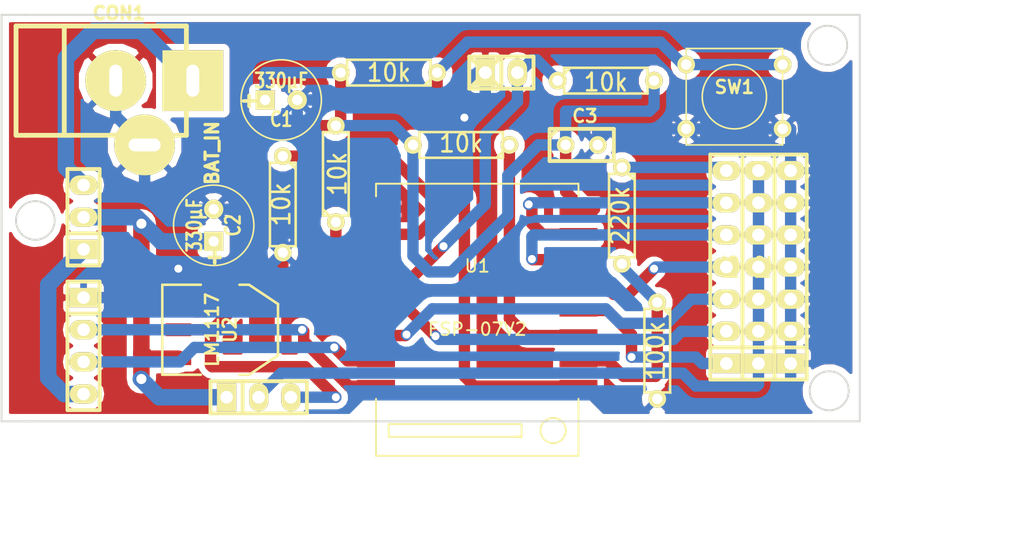
<source format=kicad_pcb>
(kicad_pcb (version 3) (host pcbnew "(2013-jul-07)-stable")

  (general
    (links 59)
    (no_connects 0)
    (area 18.847999 17.907 102.105382 61.436)
    (thickness 1.6)
    (drawings 30)
    (tracks 228)
    (zones 0)
    (modules 21)
    (nets 22)
  )

  (page A3)
  (layers
    (15 F.Cu signal)
    (0 B.Cu signal)
    (16 B.Adhes user)
    (17 F.Adhes user)
    (18 B.Paste user)
    (19 F.Paste user)
    (20 B.SilkS user)
    (21 F.SilkS user)
    (22 B.Mask user)
    (23 F.Mask user)
    (24 Dwgs.User user)
    (25 Cmts.User user)
    (26 Eco1.User user)
    (27 Eco2.User user)
    (28 Edge.Cuts user)
  )

  (setup
    (last_trace_width 0.7)
    (trace_clearance 0.254)
    (zone_clearance 0.508)
    (zone_45_only no)
    (trace_min 0.254)
    (segment_width 0.2)
    (edge_width 0.15)
    (via_size 0.889)
    (via_drill 0.635)
    (via_min_size 0.889)
    (via_min_drill 0.508)
    (uvia_size 0.508)
    (uvia_drill 0.127)
    (uvias_allowed no)
    (uvia_min_size 0.508)
    (uvia_min_drill 0.127)
    (pcb_text_width 0.3)
    (pcb_text_size 1 1)
    (mod_edge_width 0.15)
    (mod_text_size 1 1)
    (mod_text_width 0.15)
    (pad_size 1 1)
    (pad_drill 0.6)
    (pad_to_mask_clearance 0)
    (aux_axis_origin 0 0)
    (visible_elements FFFFFFBF)
    (pcbplotparams
      (layerselection 3178497)
      (usegerberextensions true)
      (excludeedgelayer true)
      (linewidth 0.150000)
      (plotframeref false)
      (viasonmask false)
      (mode 1)
      (useauxorigin false)
      (hpglpennumber 1)
      (hpglpenspeed 20)
      (hpglpendiameter 15)
      (hpglpenoverlay 2)
      (psnegative false)
      (psa4output false)
      (plotreference true)
      (plotvalue true)
      (plotothertext true)
      (plotinvisibletext false)
      (padsonsilk false)
      (subtractmaskfromsilk false)
      (outputformat 1)
      (mirror false)
      (drillshape 1)
      (scaleselection 1)
      (outputdirectory ""))
  )

  (net 0 "")
  (net 1 +3.3V)
  (net 2 +5V)
  (net 3 +5V_CARGADOR)
  (net 4 +5V_USB)
  (net 5 ADC)
  (net 6 ADC_EX)
  (net 7 CH_PD)
  (net 8 D0)
  (net 9 D1)
  (net 10 D2)
  (net 11 D5)
  (net 12 D6)
  (net 13 D7)
  (net 14 FLASH)
  (net 15 GND)
  (net 16 N-0000021)
  (net 17 O02)
  (net 18 O15)
  (net 19 RX)
  (net 20 Reset)
  (net 21 TX)

  (net_class Default "This is the default net class."
    (clearance 0.254)
    (trace_width 0.7)
    (via_dia 0.889)
    (via_drill 0.635)
    (uvia_dia 0.508)
    (uvia_drill 0.127)
    (add_net "")
  )

  (net_class 5v ""
    (clearance 0.254)
    (trace_width 1.3)
    (via_dia 0.889)
    (via_drill 0.8)
    (uvia_dia 0.508)
    (uvia_drill 0.127)
    (add_net +5V)
    (add_net +5V_CARGADOR)
    (add_net +5V_USB)
  )

  (net_class GPIO ""
    (clearance 0.254)
    (trace_width 0.9)
    (via_dia 0.889)
    (via_drill 0.635)
    (uvia_dia 0.508)
    (uvia_drill 0.127)
    (add_net +3.3V)
    (add_net ADC)
    (add_net ADC_EX)
    (add_net CH_PD)
    (add_net D0)
    (add_net D1)
    (add_net D2)
    (add_net D5)
    (add_net D6)
    (add_net D7)
    (add_net FLASH)
    (add_net GND)
    (add_net N-0000021)
    (add_net O02)
    (add_net O15)
    (add_net RX)
    (add_net Reset)
    (add_net TX)
  )

  (module SW_PUSH_SMALL (layer F.Cu) (tedit 56B4B1B0) (tstamp 56B386CC)
    (at 76.835 25.4)
    (path /56AB9B49)
    (fp_text reference SW1 (at 0 -0.762) (layer F.SilkS)
      (effects (font (size 1.016 1.016) (thickness 0.2032)))
    )
    (fp_text value RESET (at 0.254 -4.826) (layer F.SilkS) hide
      (effects (font (size 1.016 1.016) (thickness 0.2032)))
    )
    (fp_circle (center 0 0) (end 0 -2.54) (layer F.SilkS) (width 0.127))
    (fp_line (start -3.81 -3.81) (end 3.81 -3.81) (layer F.SilkS) (width 0.127))
    (fp_line (start 3.81 -3.81) (end 3.81 3.81) (layer F.SilkS) (width 0.127))
    (fp_line (start 3.81 3.81) (end -3.81 3.81) (layer F.SilkS) (width 0.127))
    (fp_line (start -3.81 -3.81) (end -3.81 3.81) (layer F.SilkS) (width 0.127))
    (pad 1 thru_hole circle (at 3.81 -2.54) (size 1.397 1.397) (drill 0.8128)
      (layers *.Cu *.Mask F.SilkS)
      (net 20 Reset)
    )
    (pad 2 thru_hole circle (at 3.81 2.54) (size 1.397 1.397) (drill 0.8128)
      (layers *.Cu *.Mask F.SilkS)
      (net 15 GND)
    )
    (pad 1 thru_hole circle (at -3.81 -2.54) (size 1.397 1.397) (drill 0.8128)
      (layers *.Cu *.Mask F.SilkS)
      (net 20 Reset)
    )
    (pad 2 thru_hole circle (at -3.81 2.54) (size 1.397 1.397) (drill 0.8128)
      (layers *.Cu *.Mask F.SilkS)
      (net 15 GND)
    )
  )

  (module SOT223 (layer F.Cu) (tedit 56B3C687) (tstamp 56B4676E)
    (at 36.195 43.815 270)
    (descr "module CMS SOT223 4 pins")
    (tags "CMS SOT")
    (path /56B2701C)
    (attr smd)
    (fp_text reference U2 (at 0 -0.762 270) (layer F.SilkS)
      (effects (font (size 1.016 1.016) (thickness 0.2032)))
    )
    (fp_text value LM1117 (at 0 0.635 270) (layer F.SilkS)
      (effects (font (size 1.016 1.016) (thickness 0.2032)))
    )
    (fp_line (start -3.556 1.524) (end -3.556 4.572) (layer F.SilkS) (width 0.2032))
    (fp_line (start -3.556 4.572) (end 3.556 4.572) (layer F.SilkS) (width 0.2032))
    (fp_line (start 3.556 4.572) (end 3.556 1.524) (layer F.SilkS) (width 0.2032))
    (fp_line (start -3.556 -1.524) (end -3.556 -2.286) (layer F.SilkS) (width 0.2032))
    (fp_line (start -3.556 -2.286) (end -2.032 -4.572) (layer F.SilkS) (width 0.2032))
    (fp_line (start -2.032 -4.572) (end 2.032 -4.572) (layer F.SilkS) (width 0.2032))
    (fp_line (start 2.032 -4.572) (end 3.556 -2.286) (layer F.SilkS) (width 0.2032))
    (fp_line (start 3.556 -2.286) (end 3.556 -1.524) (layer F.SilkS) (width 0.2032))
    (pad 4 smd rect (at 0 -3.302 270) (size 3.6576 2.032)
      (layers F.Cu F.Paste F.Mask)
      (net 15 GND)
    )
    (pad 2 smd rect (at 0 3.302 270) (size 1.016 2.032)
      (layers F.Cu F.Paste F.Mask)
      (net 1 +3.3V)
    )
    (pad 3 smd rect (at 2.286 3.302 270) (size 1.016 2.032)
      (layers F.Cu F.Paste F.Mask)
      (net 2 +5V)
    )
    (pad 1 smd rect (at -2.286 3.302 270) (size 1.016 2.032)
      (layers F.Cu F.Paste F.Mask)
      (net 15 GND)
    )
    (model smd/SOT223.wrl
      (at (xyz 0 0 0))
      (scale (xyz 0.4 0.4 0.4))
      (rotate (xyz 0 0 0))
    )
  )

  (module R3 (layer F.Cu) (tedit 56B47E2B) (tstamp 56B3D840)
    (at 70.739 45.466 270)
    (descr "Resitance 3 pas")
    (tags R)
    (path /56B16DB9)
    (autoplace_cost180 10)
    (fp_text reference R6 (at 0 0.127 270) (layer F.SilkS) hide
      (effects (font (size 1.397 1.27) (thickness 0.2032)))
    )
    (fp_text value 100k (at 0 0.127 270) (layer F.SilkS)
      (effects (font (size 1.397 1.27) (thickness 0.2032)))
    )
    (fp_line (start -3.81 0) (end -3.302 0) (layer F.SilkS) (width 0.2032))
    (fp_line (start 3.81 0) (end 3.302 0) (layer F.SilkS) (width 0.2032))
    (fp_line (start 3.302 0) (end 3.302 -1.016) (layer F.SilkS) (width 0.2032))
    (fp_line (start 3.302 -1.016) (end -3.302 -1.016) (layer F.SilkS) (width 0.2032))
    (fp_line (start -3.302 -1.016) (end -3.302 1.016) (layer F.SilkS) (width 0.2032))
    (fp_line (start -3.302 1.016) (end 3.302 1.016) (layer F.SilkS) (width 0.2032))
    (fp_line (start 3.302 1.016) (end 3.302 0) (layer F.SilkS) (width 0.2032))
    (fp_line (start -3.302 -0.508) (end -2.794 -1.016) (layer F.SilkS) (width 0.2032))
    (pad 1 thru_hole circle (at -3.81 0 270) (size 1.397 1.397) (drill 0.8128)
      (layers *.Cu *.Mask F.SilkS)
      (net 5 ADC)
    )
    (pad 2 thru_hole circle (at 3.81 0 270) (size 1.397 1.397) (drill 0.8128)
      (layers *.Cu *.Mask F.SilkS)
      (net 15 GND)
    )
    (model discret/resistor.wrl
      (at (xyz 0 0 0))
      (scale (xyz 0.3 0.3 0.3))
      (rotate (xyz 0 0 0))
    )
  )

  (module R3 (layer F.Cu) (tedit 4E4C0E65) (tstamp 56B39D00)
    (at 67.945 34.798 270)
    (descr "Resitance 3 pas")
    (tags R)
    (path /56B16DA8)
    (autoplace_cost180 10)
    (fp_text reference R7 (at 0 0.127 270) (layer F.SilkS) hide
      (effects (font (size 1.397 1.27) (thickness 0.2032)))
    )
    (fp_text value 220k (at 0 0.127 270) (layer F.SilkS)
      (effects (font (size 1.397 1.27) (thickness 0.2032)))
    )
    (fp_line (start -3.81 0) (end -3.302 0) (layer F.SilkS) (width 0.2032))
    (fp_line (start 3.81 0) (end 3.302 0) (layer F.SilkS) (width 0.2032))
    (fp_line (start 3.302 0) (end 3.302 -1.016) (layer F.SilkS) (width 0.2032))
    (fp_line (start 3.302 -1.016) (end -3.302 -1.016) (layer F.SilkS) (width 0.2032))
    (fp_line (start -3.302 -1.016) (end -3.302 1.016) (layer F.SilkS) (width 0.2032))
    (fp_line (start -3.302 1.016) (end 3.302 1.016) (layer F.SilkS) (width 0.2032))
    (fp_line (start 3.302 1.016) (end 3.302 0) (layer F.SilkS) (width 0.2032))
    (fp_line (start -3.302 -0.508) (end -2.794 -1.016) (layer F.SilkS) (width 0.2032))
    (pad 1 thru_hole circle (at -3.81 0 270) (size 1.397 1.397) (drill 0.8128)
      (layers *.Cu *.Mask F.SilkS)
      (net 6 ADC_EX)
    )
    (pad 2 thru_hole circle (at 3.81 0 270) (size 1.397 1.397) (drill 0.8128)
      (layers *.Cu *.Mask F.SilkS)
      (net 5 ADC)
    )
    (model discret/resistor.wrl
      (at (xyz 0 0 0))
      (scale (xyz 0.3 0.3 0.3))
      (rotate (xyz 0 0 0))
    )
  )

  (module R3 (layer F.Cu) (tedit 4E4C0E65) (tstamp 56B38706)
    (at 45.339 31.496 90)
    (descr "Resitance 3 pas")
    (tags R)
    (path /56AB9C68)
    (autoplace_cost180 10)
    (fp_text reference R5 (at 0 0.127 90) (layer F.SilkS) hide
      (effects (font (size 1.397 1.27) (thickness 0.2032)))
    )
    (fp_text value 10k (at 0 0.127 90) (layer F.SilkS)
      (effects (font (size 1.397 1.27) (thickness 0.2032)))
    )
    (fp_line (start -3.81 0) (end -3.302 0) (layer F.SilkS) (width 0.2032))
    (fp_line (start 3.81 0) (end 3.302 0) (layer F.SilkS) (width 0.2032))
    (fp_line (start 3.302 0) (end 3.302 -1.016) (layer F.SilkS) (width 0.2032))
    (fp_line (start 3.302 -1.016) (end -3.302 -1.016) (layer F.SilkS) (width 0.2032))
    (fp_line (start -3.302 -1.016) (end -3.302 1.016) (layer F.SilkS) (width 0.2032))
    (fp_line (start -3.302 1.016) (end 3.302 1.016) (layer F.SilkS) (width 0.2032))
    (fp_line (start 3.302 1.016) (end 3.302 0) (layer F.SilkS) (width 0.2032))
    (fp_line (start -3.302 -0.508) (end -2.794 -1.016) (layer F.SilkS) (width 0.2032))
    (pad 1 thru_hole circle (at -3.81 0 90) (size 1.397 1.397) (drill 0.8128)
      (layers *.Cu *.Mask F.SilkS)
      (net 17 O02)
    )
    (pad 2 thru_hole circle (at 3.81 0 90) (size 1.397 1.397) (drill 0.8128)
      (layers *.Cu *.Mask F.SilkS)
      (net 1 +3.3V)
    )
    (model discret/resistor.wrl
      (at (xyz 0 0 0))
      (scale (xyz 0.3 0.3 0.3))
      (rotate (xyz 0 0 0))
    )
  )

  (module R3 (layer F.Cu) (tedit 4E4C0E65) (tstamp 56B38714)
    (at 66.675 24.13)
    (descr "Resitance 3 pas")
    (tags R)
    (path /56AB9871)
    (autoplace_cost180 10)
    (fp_text reference R1 (at 0 0.127) (layer F.SilkS) hide
      (effects (font (size 1.397 1.27) (thickness 0.2032)))
    )
    (fp_text value 10k (at 0 0.127) (layer F.SilkS)
      (effects (font (size 1.397 1.27) (thickness 0.2032)))
    )
    (fp_line (start -3.81 0) (end -3.302 0) (layer F.SilkS) (width 0.2032))
    (fp_line (start 3.81 0) (end 3.302 0) (layer F.SilkS) (width 0.2032))
    (fp_line (start 3.302 0) (end 3.302 -1.016) (layer F.SilkS) (width 0.2032))
    (fp_line (start 3.302 -1.016) (end -3.302 -1.016) (layer F.SilkS) (width 0.2032))
    (fp_line (start -3.302 -1.016) (end -3.302 1.016) (layer F.SilkS) (width 0.2032))
    (fp_line (start -3.302 1.016) (end 3.302 1.016) (layer F.SilkS) (width 0.2032))
    (fp_line (start 3.302 1.016) (end 3.302 0) (layer F.SilkS) (width 0.2032))
    (fp_line (start -3.302 -0.508) (end -2.794 -1.016) (layer F.SilkS) (width 0.2032))
    (pad 1 thru_hole circle (at -3.81 0) (size 1.397 1.397) (drill 0.8128)
      (layers *.Cu *.Mask F.SilkS)
      (net 14 FLASH)
    )
    (pad 2 thru_hole circle (at 3.81 0) (size 1.397 1.397) (drill 0.8128)
      (layers *.Cu *.Mask F.SilkS)
      (net 1 +3.3V)
    )
    (model discret/resistor.wrl
      (at (xyz 0 0 0))
      (scale (xyz 0.3 0.3 0.3))
      (rotate (xyz 0 0 0))
    )
  )

  (module R3 (layer F.Cu) (tedit 4E4C0E65) (tstamp 56B38722)
    (at 55.245 29.21 180)
    (descr "Resitance 3 pas")
    (tags R)
    (path /56AB99C7)
    (autoplace_cost180 10)
    (fp_text reference R2 (at 0 0.127 180) (layer F.SilkS) hide
      (effects (font (size 1.397 1.27) (thickness 0.2032)))
    )
    (fp_text value 10k (at 0 0.127 180) (layer F.SilkS)
      (effects (font (size 1.397 1.27) (thickness 0.2032)))
    )
    (fp_line (start -3.81 0) (end -3.302 0) (layer F.SilkS) (width 0.2032))
    (fp_line (start 3.81 0) (end 3.302 0) (layer F.SilkS) (width 0.2032))
    (fp_line (start 3.302 0) (end 3.302 -1.016) (layer F.SilkS) (width 0.2032))
    (fp_line (start 3.302 -1.016) (end -3.302 -1.016) (layer F.SilkS) (width 0.2032))
    (fp_line (start -3.302 -1.016) (end -3.302 1.016) (layer F.SilkS) (width 0.2032))
    (fp_line (start -3.302 1.016) (end 3.302 1.016) (layer F.SilkS) (width 0.2032))
    (fp_line (start 3.302 1.016) (end 3.302 0) (layer F.SilkS) (width 0.2032))
    (fp_line (start -3.302 -0.508) (end -2.794 -1.016) (layer F.SilkS) (width 0.2032))
    (pad 1 thru_hole circle (at -3.81 0 180) (size 1.397 1.397) (drill 0.8128)
      (layers *.Cu *.Mask F.SilkS)
      (net 7 CH_PD)
    )
    (pad 2 thru_hole circle (at 3.81 0 180) (size 1.397 1.397) (drill 0.8128)
      (layers *.Cu *.Mask F.SilkS)
      (net 1 +3.3V)
    )
    (model discret/resistor.wrl
      (at (xyz 0 0 0))
      (scale (xyz 0.3 0.3 0.3))
      (rotate (xyz 0 0 0))
    )
  )

  (module R3 (layer F.Cu) (tedit 4E4C0E65) (tstamp 56B39ED8)
    (at 41.148 33.909 270)
    (descr "Resitance 3 pas")
    (tags R)
    (path /56AB9A5D)
    (autoplace_cost180 10)
    (fp_text reference R3 (at 0 0.127 270) (layer F.SilkS) hide
      (effects (font (size 1.397 1.27) (thickness 0.2032)))
    )
    (fp_text value 10k (at 0 0.127 270) (layer F.SilkS)
      (effects (font (size 1.397 1.27) (thickness 0.2032)))
    )
    (fp_line (start -3.81 0) (end -3.302 0) (layer F.SilkS) (width 0.2032))
    (fp_line (start 3.81 0) (end 3.302 0) (layer F.SilkS) (width 0.2032))
    (fp_line (start 3.302 0) (end 3.302 -1.016) (layer F.SilkS) (width 0.2032))
    (fp_line (start 3.302 -1.016) (end -3.302 -1.016) (layer F.SilkS) (width 0.2032))
    (fp_line (start -3.302 -1.016) (end -3.302 1.016) (layer F.SilkS) (width 0.2032))
    (fp_line (start -3.302 1.016) (end 3.302 1.016) (layer F.SilkS) (width 0.2032))
    (fp_line (start 3.302 1.016) (end 3.302 0) (layer F.SilkS) (width 0.2032))
    (fp_line (start -3.302 -0.508) (end -2.794 -1.016) (layer F.SilkS) (width 0.2032))
    (pad 1 thru_hole circle (at -3.81 0 270) (size 1.397 1.397) (drill 0.8128)
      (layers *.Cu *.Mask F.SilkS)
      (net 18 O15)
    )
    (pad 2 thru_hole circle (at 3.81 0 270) (size 1.397 1.397) (drill 0.8128)
      (layers *.Cu *.Mask F.SilkS)
      (net 15 GND)
    )
    (model discret/resistor.wrl
      (at (xyz 0 0 0))
      (scale (xyz 0.3 0.3 0.3))
      (rotate (xyz 0 0 0))
    )
  )

  (module R3 (layer F.Cu) (tedit 56B3950E) (tstamp 56B3873E)
    (at 49.53 23.495 180)
    (descr "Resitance 3 pas")
    (tags R)
    (path /56AB9B0C)
    (autoplace_cost180 10)
    (fp_text reference R4 (at 0 0.127 180) (layer F.SilkS) hide
      (effects (font (size 1.397 1.27) (thickness 0.2032)))
    )
    (fp_text value 10k (at 0 0 180) (layer F.SilkS)
      (effects (font (size 1.397 1.27) (thickness 0.2032)))
    )
    (fp_line (start -3.81 0) (end -3.302 0) (layer F.SilkS) (width 0.2032))
    (fp_line (start 3.81 0) (end 3.302 0) (layer F.SilkS) (width 0.2032))
    (fp_line (start 3.302 0) (end 3.302 -1.016) (layer F.SilkS) (width 0.2032))
    (fp_line (start 3.302 -1.016) (end -3.302 -1.016) (layer F.SilkS) (width 0.2032))
    (fp_line (start -3.302 -1.016) (end -3.302 1.016) (layer F.SilkS) (width 0.2032))
    (fp_line (start -3.302 1.016) (end 3.302 1.016) (layer F.SilkS) (width 0.2032))
    (fp_line (start 3.302 1.016) (end 3.302 0) (layer F.SilkS) (width 0.2032))
    (fp_line (start -3.302 -0.508) (end -2.794 -1.016) (layer F.SilkS) (width 0.2032))
    (pad 1 thru_hole circle (at -3.81 0 180) (size 1.397 1.397) (drill 0.8128)
      (layers *.Cu *.Mask F.SilkS)
      (net 20 Reset)
    )
    (pad 2 thru_hole circle (at 3.81 0 180) (size 1.397 1.397) (drill 0.8128)
      (layers *.Cu *.Mask F.SilkS)
      (net 1 +3.3V)
    )
    (model discret/resistor.wrl
      (at (xyz 0 0 0))
      (scale (xyz 0.3 0.3 0.3))
      (rotate (xyz 0 0 0))
    )
  )

  (module JACK_ALIM (layer F.Cu) (tedit 56B4959A) (tstamp 56B3874C)
    (at 27.94 24.13)
    (descr "module 1 pin (ou trou mecanique de percage)")
    (tags "CONN JACK")
    (path /56AB9338)
    (fp_text reference CON1 (at 0.254 -5.334) (layer F.SilkS)
      (effects (font (size 1.016 1.016) (thickness 0.254)))
    )
    (fp_text value BAT_IN (at 7.62 5.715 90) (layer F.SilkS)
      (effects (font (size 1.016 1.016) (thickness 0.254)))
    )
    (fp_line (start -7.112 -4.318) (end -7.874 -4.318) (layer F.SilkS) (width 0.381))
    (fp_line (start -7.874 -4.318) (end -7.874 4.318) (layer F.SilkS) (width 0.381))
    (fp_line (start -7.874 4.318) (end -7.112 4.318) (layer F.SilkS) (width 0.381))
    (fp_line (start -4.064 -4.318) (end -4.064 4.318) (layer F.SilkS) (width 0.381))
    (fp_line (start 5.588 -4.318) (end 5.588 4.318) (layer F.SilkS) (width 0.381))
    (fp_line (start -7.112 4.318) (end 5.588 4.318) (layer F.SilkS) (width 0.381))
    (fp_line (start -7.112 -4.318) (end 5.588 -4.318) (layer F.SilkS) (width 0.381))
    (pad 2 thru_hole circle (at 0 0) (size 4.8006 4.8006) (drill oval 1.016 2.54)
      (layers *.Cu *.Mask F.SilkS)
      (net 15 GND)
    )
    (pad 1 thru_hole rect (at 6.096 0) (size 4.8006 4.8006) (drill oval 1.016 2.54)
      (layers *.Cu *.Mask F.SilkS)
      (net 3 +5V_CARGADOR)
    )
    (pad 3 thru_hole circle (at 2.286 5.08) (size 4.8006 4.8006) (drill oval 2.54 1.016)
      (layers *.Cu *.Mask F.SilkS)
      (net 15 GND)
    )
    (model connectors/POWER_21.wrl
      (at (xyz 0 0 0))
      (scale (xyz 0.8 0.8 0.8))
      (rotate (xyz 0 0 0))
    )
  )

  (module C1V7 (layer F.Cu) (tedit 200000) (tstamp 56B38754)
    (at 41.021 25.654)
    (path /56AB9822)
    (fp_text reference C1 (at 0 1.524) (layer F.SilkS)
      (effects (font (size 1.143 0.889) (thickness 0.2032)))
    )
    (fp_text value 330µF (at 0 -1.524) (layer F.SilkS)
      (effects (font (size 1.143 0.889) (thickness 0.2032)))
    )
    (fp_text user + (at -2.54 0) (layer F.SilkS)
      (effects (font (size 1.143 1.143) (thickness 0.3048)))
    )
    (fp_circle (center 0 0) (end 3.175 0) (layer F.SilkS) (width 0.127))
    (pad 1 thru_hole rect (at -1.27 0) (size 1.524 1.524) (drill 0.8128)
      (layers *.Cu *.Mask F.SilkS)
      (net 1 +3.3V)
    )
    (pad 2 thru_hole circle (at 1.27 0) (size 1.524 1.524) (drill 0.8128)
      (layers *.Cu *.Mask F.SilkS)
      (net 15 GND)
    )
    (model discret/c_vert_c1v7.wrl
      (at (xyz 0 0 0))
      (scale (xyz 1 1 1))
      (rotate (xyz 0 0 0))
    )
  )

  (module C1V7 (layer F.Cu) (tedit 200000) (tstamp 56B3875C)
    (at 35.687 35.56 90)
    (path /56AB9744)
    (fp_text reference C2 (at 0 1.524 90) (layer F.SilkS)
      (effects (font (size 1.143 0.889) (thickness 0.2032)))
    )
    (fp_text value 330µF (at 0 -1.524 90) (layer F.SilkS)
      (effects (font (size 1.143 0.889) (thickness 0.2032)))
    )
    (fp_text user + (at -2.54 0 90) (layer F.SilkS)
      (effects (font (size 1.143 1.143) (thickness 0.3048)))
    )
    (fp_circle (center 0 0) (end 3.175 0) (layer F.SilkS) (width 0.127))
    (pad 1 thru_hole rect (at -1.27 0 90) (size 1.524 1.524) (drill 0.8128)
      (layers *.Cu *.Mask F.SilkS)
      (net 2 +5V)
    )
    (pad 2 thru_hole circle (at 1.27 0 90) (size 1.524 1.524) (drill 0.8128)
      (layers *.Cu *.Mask F.SilkS)
      (net 15 GND)
    )
    (model discret/c_vert_c1v7.wrl
      (at (xyz 0 0 0))
      (scale (xyz 1 1 1))
      (rotate (xyz 0 0 0))
    )
  )

  (module C1 (layer F.Cu) (tedit 3F92C496) (tstamp 56B38767)
    (at 64.77 29.21)
    (descr "Condensateur e = 1 pas")
    (tags C)
    (path /56AB951C)
    (fp_text reference C3 (at 0.254 -2.286) (layer F.SilkS)
      (effects (font (size 1.016 1.016) (thickness 0.2032)))
    )
    (fp_text value 100pF (at 0 -2.286) (layer F.SilkS) hide
      (effects (font (size 1.016 1.016) (thickness 0.2032)))
    )
    (fp_line (start -2.4892 -1.27) (end 2.54 -1.27) (layer F.SilkS) (width 0.3048))
    (fp_line (start 2.54 -1.27) (end 2.54 1.27) (layer F.SilkS) (width 0.3048))
    (fp_line (start 2.54 1.27) (end -2.54 1.27) (layer F.SilkS) (width 0.3048))
    (fp_line (start -2.54 1.27) (end -2.54 -1.27) (layer F.SilkS) (width 0.3048))
    (fp_line (start -2.54 -0.635) (end -1.905 -1.27) (layer F.SilkS) (width 0.3048))
    (pad 1 thru_hole circle (at -1.27 0) (size 1.397 1.397) (drill 0.8128)
      (layers *.Cu *.Mask F.SilkS)
      (net 1 +3.3V)
    )
    (pad 2 thru_hole circle (at 1.27 0) (size 1.397 1.397) (drill 0.8128)
      (layers *.Cu *.Mask F.SilkS)
      (net 15 GND)
    )
    (model discret/capa_1_pas.wrl
      (at (xyz 0 0 0))
      (scale (xyz 1 1 1))
      (rotate (xyz 0 0 0))
    )
  )

  (module pin_socket_7 (layer F.Cu) (tedit 56B4B1E8) (tstamp 56B38777)
    (at 76.2 38.862 90)
    (descr "Pin socket 7pin")
    (tags "CONN DEV")
    (path /56B276B6)
    (fp_text reference ADC (at 7.62 -3.175 180) (layer F.SilkS) hide
      (effects (font (size 1.1 1.1) (thickness 0.2)))
    )
    (fp_text value salidas_GPIO (at 0.254 -3.556 90) (layer F.SilkS) hide
      (effects (font (size 1.016 0.889) (thickness 0.2032)))
    )
    (fp_line (start -6.35 -1.27) (end -6.35 1.27) (layer F.SilkS) (width 0.3048))
    (fp_line (start -8.89 1.27) (end 8.89 1.27) (layer F.SilkS) (width 0.3048))
    (fp_line (start 8.89 -1.27) (end -8.89 -1.27) (layer F.SilkS) (width 0.3048))
    (fp_line (start -8.89 1.27) (end -8.89 -1.27) (layer F.SilkS) (width 0.3048))
    (fp_line (start 8.89 -1.27) (end 8.89 1.27) (layer F.SilkS) (width 0.3048))
    (pad 1 thru_hole rect (at -7.62 0 90) (size 1.524 2.19964) (drill 1.00076)
      (layers *.Cu *.Mask F.SilkS)
      (net 8 D0)
    )
    (pad 2 thru_hole oval (at -5.08 0 90) (size 1.524 2.19964) (drill 1.00076)
      (layers *.Cu *.Mask F.SilkS)
      (net 9 D1)
    )
    (pad 3 thru_hole oval (at -2.54 0 90) (size 1.524 2.19964) (drill 1.00076)
      (layers *.Cu *.Mask F.SilkS)
      (net 10 D2)
    )
    (pad 4 thru_hole oval (at 0 0 90) (size 1.524 2.19964) (drill 1.00076)
      (layers *.Cu *.Mask F.SilkS)
      (net 11 D5)
    )
    (pad 5 thru_hole oval (at 2.54 0 90) (size 1.524 2.19964) (drill 1.00076)
      (layers *.Cu *.Mask F.SilkS)
      (net 12 D6)
    )
    (pad 6 thru_hole oval (at 5.08 0 90) (size 1.524 2.19964) (drill 1.00076)
      (layers *.Cu *.Mask F.SilkS)
      (net 13 D7)
    )
    (pad 7 thru_hole oval (at 7.62 0 90) (size 1.524 2.19964) (drill 1.00076)
      (layers *.Cu *.Mask F.SilkS)
      (net 6 ADC_EX)
    )
    (model walter/pin_strip/pin_socket_7.wrl
      (at (xyz 0 0 0))
      (scale (xyz 1 1 1))
      (rotate (xyz 0 0 0))
    )
  )

  (module pin_socket_7 (layer F.Cu) (tedit 4B90DFA8) (tstamp 56B38787)
    (at 81.28 38.862 90)
    (descr "Pin socket 7pin")
    (tags "CONN DEV")
    (path /56B38504)
    (fp_text reference P2 (at 0 -2.159 90) (layer F.SilkS)
      (effects (font (size 1.016 1.016) (thickness 0.2032)))
    )
    (fp_text value GND_GPIO (at 0.254 -3.556 90) (layer F.SilkS) hide
      (effects (font (size 1.016 0.889) (thickness 0.2032)))
    )
    (fp_line (start -6.35 -1.27) (end -6.35 1.27) (layer F.SilkS) (width 0.3048))
    (fp_line (start -8.89 1.27) (end 8.89 1.27) (layer F.SilkS) (width 0.3048))
    (fp_line (start 8.89 -1.27) (end -8.89 -1.27) (layer F.SilkS) (width 0.3048))
    (fp_line (start -8.89 1.27) (end -8.89 -1.27) (layer F.SilkS) (width 0.3048))
    (fp_line (start 8.89 -1.27) (end 8.89 1.27) (layer F.SilkS) (width 0.3048))
    (pad 1 thru_hole rect (at -7.62 0 90) (size 1.524 2.19964) (drill 1.00076)
      (layers *.Cu *.Mask F.SilkS)
      (net 15 GND)
    )
    (pad 2 thru_hole oval (at -5.08 0 90) (size 1.524 2.19964) (drill 1.00076)
      (layers *.Cu *.Mask F.SilkS)
      (net 15 GND)
    )
    (pad 3 thru_hole oval (at -2.54 0 90) (size 1.524 2.19964) (drill 1.00076)
      (layers *.Cu *.Mask F.SilkS)
      (net 15 GND)
    )
    (pad 4 thru_hole oval (at 0 0 90) (size 1.524 2.19964) (drill 1.00076)
      (layers *.Cu *.Mask F.SilkS)
      (net 15 GND)
    )
    (pad 5 thru_hole oval (at 2.54 0 90) (size 1.524 2.19964) (drill 1.00076)
      (layers *.Cu *.Mask F.SilkS)
      (net 15 GND)
    )
    (pad 6 thru_hole oval (at 5.08 0 90) (size 1.524 2.19964) (drill 1.00076)
      (layers *.Cu *.Mask F.SilkS)
      (net 15 GND)
    )
    (pad 7 thru_hole oval (at 7.62 0 90) (size 1.524 2.19964) (drill 1.00076)
      (layers *.Cu *.Mask F.SilkS)
      (net 15 GND)
    )
    (model walter/pin_strip/pin_socket_7.wrl
      (at (xyz 0 0 0))
      (scale (xyz 1 1 1))
      (rotate (xyz 0 0 0))
    )
  )

  (module pin_socket_7 (layer F.Cu) (tedit 4B90DFA8) (tstamp 56B38797)
    (at 78.74 38.862 90)
    (descr "Pin socket 7pin")
    (tags "CONN DEV")
    (path /56B38513)
    (fp_text reference P3 (at 0 -2.159 90) (layer F.SilkS)
      (effects (font (size 1.016 1.016) (thickness 0.2032)))
    )
    (fp_text value VCC_GPIO (at 0.254 -3.556 90) (layer F.SilkS) hide
      (effects (font (size 1.016 0.889) (thickness 0.2032)))
    )
    (fp_line (start -6.35 -1.27) (end -6.35 1.27) (layer F.SilkS) (width 0.3048))
    (fp_line (start -8.89 1.27) (end 8.89 1.27) (layer F.SilkS) (width 0.3048))
    (fp_line (start 8.89 -1.27) (end -8.89 -1.27) (layer F.SilkS) (width 0.3048))
    (fp_line (start -8.89 1.27) (end -8.89 -1.27) (layer F.SilkS) (width 0.3048))
    (fp_line (start 8.89 -1.27) (end 8.89 1.27) (layer F.SilkS) (width 0.3048))
    (pad 1 thru_hole rect (at -7.62 0 90) (size 1.524 2.19964) (drill 1.00076)
      (layers *.Cu *.Mask F.SilkS)
      (net 16 N-0000021)
    )
    (pad 2 thru_hole oval (at -5.08 0 90) (size 1.524 2.19964) (drill 1.00076)
      (layers *.Cu *.Mask F.SilkS)
      (net 16 N-0000021)
    )
    (pad 3 thru_hole oval (at -2.54 0 90) (size 1.524 2.19964) (drill 1.00076)
      (layers *.Cu *.Mask F.SilkS)
      (net 16 N-0000021)
    )
    (pad 4 thru_hole oval (at 0 0 90) (size 1.524 2.19964) (drill 1.00076)
      (layers *.Cu *.Mask F.SilkS)
      (net 16 N-0000021)
    )
    (pad 5 thru_hole oval (at 2.54 0 90) (size 1.524 2.19964) (drill 1.00076)
      (layers *.Cu *.Mask F.SilkS)
      (net 16 N-0000021)
    )
    (pad 6 thru_hole oval (at 5.08 0 90) (size 1.524 2.19964) (drill 1.00076)
      (layers *.Cu *.Mask F.SilkS)
      (net 16 N-0000021)
    )
    (pad 7 thru_hole oval (at 7.62 0 90) (size 1.524 2.19964) (drill 1.00076)
      (layers *.Cu *.Mask F.SilkS)
      (net 16 N-0000021)
    )
    (model walter/pin_strip/pin_socket_7.wrl
      (at (xyz 0 0 0))
      (scale (xyz 1 1 1))
      (rotate (xyz 0 0 0))
    )
  )

  (module pin_socket_4 (layer F.Cu) (tedit 56B3CFCA) (tstamp 56B387A4)
    (at 25.4 45.085 270)
    (descr "Pin socket 4pin")
    (tags "CONN DEV")
    (path /56AB909B)
    (fp_text reference 5V_USB (at 3.81 -3.81 360) (layer F.SilkS) hide
      (effects (font (size 0.8 0.8) (thickness 0.15)))
    )
    (fp_text value uart (at 0.254 -3.556 270) (layer F.SilkS) hide
      (effects (font (size 1.016 0.889) (thickness 0.2032)))
    )
    (fp_line (start -2.54 -1.27) (end -2.54 1.27) (layer F.SilkS) (width 0.3048))
    (fp_line (start 5.08 1.27) (end -5.08 1.27) (layer F.SilkS) (width 0.3048))
    (fp_line (start -5.08 -1.27) (end 5.08 -1.27) (layer F.SilkS) (width 0.3048))
    (fp_line (start -5.08 1.27) (end -5.08 -1.27) (layer F.SilkS) (width 0.3048))
    (fp_line (start 5.08 -1.27) (end 5.08 1.27) (layer F.SilkS) (width 0.3048))
    (pad 1 thru_hole rect (at -3.81 0 270) (size 1.524 2.19964) (drill 1.00076)
      (layers *.Cu *.Mask F.SilkS)
      (net 15 GND)
    )
    (pad 2 thru_hole oval (at -1.27 0 270) (size 1.524 2.19964) (drill 1.00076)
      (layers *.Cu *.Mask F.SilkS)
      (net 21 TX)
    )
    (pad 3 thru_hole oval (at 1.27 0 270) (size 1.524 2.19964) (drill 1.00076)
      (layers *.Cu *.Mask F.SilkS)
      (net 19 RX)
    )
    (pad 4 thru_hole oval (at 3.81 0 270) (size 1.524 2.19964) (drill 1.00076)
      (layers *.Cu *.Mask F.SilkS)
      (net 4 +5V_USB)
    )
    (model walter/pin_strip/pin_socket_4.wrl
      (at (xyz 0 0 0))
      (scale (xyz 1 1 1))
      (rotate (xyz 0 0 0))
    )
  )

  (module pin_socket_3 (layer F.Cu) (tedit 56B3CEF1) (tstamp 56B387B0)
    (at 25.4 34.925 90)
    (descr "Pin socket 3pin")
    (tags "CONN DEV")
    (path /56AB9261)
    (fp_text reference 5V_USB (at -3.175 3.81 180) (layer F.SilkS) hide
      (effects (font (size 0.8 0.8) (thickness 0.15)))
    )
    (fp_text value jump_power_source (at 0.254 -3.556 90) (layer F.SilkS) hide
      (effects (font (size 1.016 0.889) (thickness 0.2032)))
    )
    (fp_line (start -1.27 1.27) (end -1.27 -1.27) (layer F.SilkS) (width 0.3048))
    (fp_line (start -3.81 -1.27) (end 3.81 -1.27) (layer F.SilkS) (width 0.3048))
    (fp_line (start 3.81 -1.27) (end 3.81 1.27) (layer F.SilkS) (width 0.3048))
    (fp_line (start 3.81 1.27) (end -3.81 1.27) (layer F.SilkS) (width 0.3048))
    (fp_line (start -3.81 1.27) (end -3.81 -1.27) (layer F.SilkS) (width 0.3048))
    (pad 1 thru_hole rect (at -2.54 0 90) (size 1.524 2.19964) (drill 1.00076)
      (layers *.Cu *.Mask F.SilkS)
      (net 4 +5V_USB)
    )
    (pad 2 thru_hole oval (at 0 0 90) (size 1.524 2.19964) (drill 1.00076)
      (layers *.Cu *.Mask F.SilkS)
      (net 2 +5V)
    )
    (pad 3 thru_hole oval (at 2.54 0 90) (size 1.524 2.19964) (drill 1.00076)
      (layers *.Cu *.Mask F.SilkS)
      (net 3 +5V_CARGADOR)
    )
    (model walter/pin_strip/pin_socket_3.wrl
      (at (xyz 0 0 0))
      (scale (xyz 1 1 1))
      (rotate (xyz 0 0 0))
    )
  )

  (module pin_socket_3 (layer F.Cu) (tedit 56B3CEBF) (tstamp 56B387BC)
    (at 39.243 49.149)
    (descr "Pin socket 3pin")
    (tags "CONN DEV")
    (path /56AB9EB4)
    (fp_text reference 3.3V (at 2.54 1.905) (layer F.SilkS) hide
      (effects (font (size 1 1) (thickness 0.15) italic))
    )
    (fp_text value "jump 3.3v or 5v" (at 0.254 -3.556) (layer F.SilkS) hide
      (effects (font (size 1.016 0.889) (thickness 0.2032)))
    )
    (fp_line (start -1.27 1.27) (end -1.27 -1.27) (layer F.SilkS) (width 0.3048))
    (fp_line (start -3.81 -1.27) (end 3.81 -1.27) (layer F.SilkS) (width 0.3048))
    (fp_line (start 3.81 -1.27) (end 3.81 1.27) (layer F.SilkS) (width 0.3048))
    (fp_line (start 3.81 1.27) (end -3.81 1.27) (layer F.SilkS) (width 0.3048))
    (fp_line (start -3.81 1.27) (end -3.81 -1.27) (layer F.SilkS) (width 0.3048))
    (pad 1 thru_hole rect (at -2.54 0) (size 1.524 2.19964) (drill 1.00076)
      (layers *.Cu *.Mask F.SilkS)
      (net 2 +5V)
    )
    (pad 2 thru_hole oval (at 0 0) (size 1.524 2.19964) (drill 1.00076)
      (layers *.Cu *.Mask F.SilkS)
      (net 16 N-0000021)
    )
    (pad 3 thru_hole oval (at 2.54 0) (size 1.524 2.19964) (drill 1.00076)
      (layers *.Cu *.Mask F.SilkS)
      (net 1 +3.3V)
    )
    (model walter/pin_strip/pin_socket_3.wrl
      (at (xyz 0 0 0))
      (scale (xyz 1 1 1))
      (rotate (xyz 0 0 0))
    )
  )

  (module pin_socket_2 (layer F.Cu) (tedit 56B4B220) (tstamp 56B387C9)
    (at 58.42 23.495)
    (descr "Pin socket 2pin")
    (tags "CONN DEV")
    (path /56AB9921)
    (fp_text reference FLASH (at 0 2.54) (layer F.SilkS) hide
      (effects (font (size 1.016 1.016) (thickness 0.2032)))
    )
    (fp_text value JUMPER (at 0.254 -3.556) (layer F.SilkS) hide
      (effects (font (size 1.016 0.889) (thickness 0.2032)))
    )
    (fp_line (start 0 -1.27) (end 0 1.27) (layer F.SilkS) (width 0.3048))
    (fp_line (start 0 1.27) (end -2.54 -1.27) (layer F.SilkS) (width 0.3048))
    (fp_line (start -2.54 1.27) (end 0 -1.27) (layer F.SilkS) (width 0.3048))
    (fp_line (start 2.54 1.27) (end -2.54 1.27) (layer F.SilkS) (width 0.3048))
    (fp_line (start -2.54 -1.27) (end 2.54 -1.27) (layer F.SilkS) (width 0.3048))
    (fp_line (start -2.54 1.27) (end -2.54 -1.27) (layer F.SilkS) (width 0.3048))
    (fp_line (start 2.54 -1.27) (end 2.54 1.27) (layer F.SilkS) (width 0.3048))
    (pad 1 thru_hole rect (at -1.27 0) (size 1.524 2.19964) (drill 1.00076)
      (layers *.Cu *.Mask F.SilkS)
      (net 15 GND)
    )
    (pad 2 thru_hole oval (at 1.27 0) (size 1.524 2.19964) (drill 1.00076)
      (layers *.Cu *.Mask F.SilkS)
      (net 14 FLASH)
    )
    (model walter/pin_strip/pin_socket_2.wrl
      (at (xyz 0 0 0))
      (scale (xyz 1 1 1))
      (rotate (xyz 0 0 0))
    )
  )

  (module ESP-07v2 (layer F.Cu) (tedit 5508BC65) (tstamp 56B3F09B)
    (at 56.515 41.275 180)
    (path /56AB8C6B)
    (fp_text reference U1 (at 0 2.5 180) (layer F.SilkS)
      (effects (font (size 1 1) (thickness 0.15)))
    )
    (fp_text value ESP-07V2 (at 0 -2.5 180) (layer F.SilkS)
      (effects (font (size 1 1) (thickness 0.15)))
    )
    (fp_line (start -3.5 -11) (end 7 -11) (layer F.SilkS) (width 0.15))
    (fp_line (start 7 -11) (end 7 -10) (layer F.SilkS) (width 0.15))
    (fp_line (start 7 -10) (end -3.5 -10) (layer F.SilkS) (width 0.15))
    (fp_line (start -3.5 -10) (end -3.5 -11) (layer F.SilkS) (width 0.15))
    (fp_line (start -3.5 -11) (end -3 -11) (layer F.SilkS) (width 0.15))
    (fp_line (start -3 -11) (end -3.5 -11) (layer F.SilkS) (width 0.15))
    (fp_line (start -3.5 -11) (end -3 -11) (layer F.SilkS) (width 0.15))
    (fp_circle (center -6 -10.5) (end -6 -9.5) (layer F.SilkS) (width 0.15))
    (fp_line (start -8 -8) (end -8 -12.5) (layer F.SilkS) (width 0.15))
    (fp_line (start -8 -12.5) (end 8 -12.5) (layer F.SilkS) (width 0.15))
    (fp_line (start 8 -12.5) (end 8 -8) (layer F.SilkS) (width 0.15))
    (fp_line (start -8 8) (end -8 9) (layer F.SilkS) (width 0.15))
    (fp_line (start -8 9) (end 8 9) (layer F.SilkS) (width 0.15))
    (fp_line (start 8 9) (end 8 8) (layer F.SilkS) (width 0.15))
    (pad 1 smd rect (at -8 -7 180) (size 3 1)
      (layers F.Cu F.Paste F.Mask)
      (net 20 Reset)
    )
    (pad 2 smd rect (at -8 -5 180) (size 3 1)
      (layers F.Cu F.Paste F.Mask)
      (net 5 ADC)
    )
    (pad 3 smd rect (at -8 -3 180) (size 3 1)
      (layers F.Cu F.Paste F.Mask)
      (net 7 CH_PD)
    )
    (pad 4 smd rect (at -8 -1 180) (size 3 1)
      (layers F.Cu F.Paste F.Mask)
      (net 8 D0)
    )
    (pad 5 smd rect (at -8 1 180) (size 3 1)
      (layers F.Cu F.Paste F.Mask)
      (net 11 D5)
    )
    (pad 6 smd rect (at -8 3 180) (size 3 1)
      (layers F.Cu F.Paste F.Mask)
      (net 12 D6)
    )
    (pad 7 smd rect (at -8 5 180) (size 3 1)
      (layers F.Cu F.Paste F.Mask)
      (net 13 D7)
    )
    (pad 8 smd rect (at -8 7 180) (size 3 1)
      (layers F.Cu F.Paste F.Mask)
      (net 1 +3.3V)
    )
    (pad 9 smd rect (at 8 7 180) (size 3 1)
      (layers F.Cu F.Paste F.Mask)
      (net 15 GND)
    )
    (pad 10 smd rect (at 8 5 180) (size 3 1)
      (layers F.Cu F.Paste F.Mask)
      (net 18 O15)
    )
    (pad 11 smd rect (at 8 3 180) (size 3 1)
      (layers F.Cu F.Paste F.Mask)
      (net 17 O02)
    )
    (pad 12 smd rect (at 8 1 180) (size 3 1)
      (layers F.Cu F.Paste F.Mask)
      (net 14 FLASH)
    )
    (pad 13 smd rect (at 8 -1 180) (size 3 1)
      (layers F.Cu F.Paste F.Mask)
      (net 9 D1)
    )
    (pad 14 smd rect (at 8 -3 180) (size 3 1)
      (layers F.Cu F.Paste F.Mask)
      (net 10 D2)
    )
    (pad 15 smd rect (at 8 -5 180) (size 3 1)
      (layers F.Cu F.Paste F.Mask)
      (net 19 RX)
    )
    (pad 16 smd rect (at 8 -7 180) (size 3 1)
      (layers F.Cu F.Paste F.Mask)
      (net 21 TX)
    )
  )

  (dimension 31.877 (width 0.25) (layer Eco2.User)
    (gr_text 31,877mm (at 98.028 34.9885 90) (layer Eco2.User)
      (effects (font (size 1 1) (thickness 0.25)))
    )
    (feature1 (pts (xy 86.741 19.05) (xy 99.028 19.05)))
    (feature2 (pts (xy 86.741 50.927) (xy 99.028 50.927)))
    (crossbar (pts (xy 97.028 50.927) (xy 97.028 19.05)))
    (arrow1a (pts (xy 97.028 19.05) (xy 97.61442 20.176503)))
    (arrow1b (pts (xy 97.028 19.05) (xy 96.44158 20.176503)))
    (arrow2a (pts (xy 97.028 50.927) (xy 97.61442 49.800497)))
    (arrow2b (pts (xy 97.028 50.927) (xy 96.44158 49.800497)))
  )
  (dimension 67.818 (width 0.25) (layer Eco2.User)
    (gr_text 67,818mm (at 52.832 60.435999) (layer Eco2.User)
      (effects (font (size 1 1) (thickness 0.25)))
    )
    (feature1 (pts (xy 86.741 51.054) (xy 86.741 61.435999)))
    (feature2 (pts (xy 18.923 51.054) (xy 18.923 61.435999)))
    (crossbar (pts (xy 18.923 59.435999) (xy 86.741 59.435999)))
    (arrow1a (pts (xy 86.741 59.435999) (xy 85.614497 60.022419)))
    (arrow1b (pts (xy 86.741 59.435999) (xy 85.614497 58.849579)))
    (arrow2a (pts (xy 18.923 59.435999) (xy 20.049503 60.022419)))
    (arrow2b (pts (xy 18.923 59.435999) (xy 20.049503 58.849579)))
  )
  (gr_text VCC (at 78.74 48.895) (layer Dwgs.User)
    (effects (font (size 1 1) (thickness 0.25)))
  )
  (gr_text GND (at 84.328 44.196) (layer Dwgs.User)
    (effects (font (size 1 1) (thickness 0.25)))
  )
  (gr_text FLASH (at 58.42 26.035) (layer Dwgs.User)
    (effects (font (size 1 1) (thickness 0.25)))
  )
  (gr_text ADC (at 73.025 31.242) (layer Dwgs.User)
    (effects (font (size 1 1) (thickness 0.25)))
  )
  (gr_text RESET (at 76.962 20.955) (layer Dwgs.User)
    (effects (font (size 1 1) (thickness 0.25)))
  )
  (gr_circle (center 21.59 35.179) (end 23.114 35.306) (layer Edge.Cuts) (width 0.15))
  (gr_circle (center 84.201 21.336) (end 85.471 22.225) (layer Edge.Cuts) (width 0.15))
  (gr_circle (center 84.328 48.641) (end 85.852 48.895) (layer Edge.Cuts) (width 0.15))
  (gr_line (start 18.923 51.054) (end 21.463 51.054) (angle 90) (layer Edge.Cuts) (width 0.15))
  (gr_line (start 18.923 18.923) (end 18.923 51.054) (angle 90) (layer Edge.Cuts) (width 0.15))
  (gr_line (start 20.828 18.923) (end 18.923 18.923) (angle 90) (layer Edge.Cuts) (width 0.15))
  (gr_line (start 86.741 18.923) (end 20.701 18.923) (angle 90) (layer Edge.Cuts) (width 0.15))
  (gr_line (start 86.741 51.054) (end 86.741 18.923) (angle 90) (layer Edge.Cuts) (width 0.15))
  (gr_line (start 20.701 51.054) (end 86.741 51.054) (angle 90) (layer Edge.Cuts) (width 0.15))
  (gr_text 3.3V (at 42.164 46.99) (layer Dwgs.User)
    (effects (font (size 1 1) (thickness 0.25)))
  )
  (gr_text 5V (at 34.29 49.276) (layer Dwgs.User)
    (effects (font (size 1 1) (thickness 0.25)))
  )
  (gr_text 5V_USB (at 29.718 49.149) (layer Dwgs.User)
    (effects (font (size 0.9 0.9) (thickness 0.225)))
  )
  (gr_text 5V_USB (at 29.464 37.973) (layer Dwgs.User)
    (effects (font (size 0.9 0.9) (thickness 0.225)))
  )
  (gr_text "RX\n" (at 27.94 46.355) (layer Dwgs.User)
    (effects (font (size 1 1) (thickness 0.25)))
  )
  (gr_text "TX\n" (at 27.94 43.815) (layer Dwgs.User)
    (effects (font (size 1 1) (thickness 0.25)))
  )
  (gr_text D0 (at 73.025 46.609) (layer Dwgs.User)
    (effects (font (size 1.1 1.1) (thickness 0.25)))
  )
  (gr_text "D1\n" (at 73.025 43.942) (layer Dwgs.User)
    (effects (font (size 1.1 1.1) (thickness 0.25)))
  )
  (gr_text D2 (at 73.025 41.402) (layer Dwgs.User)
    (effects (font (size 1.1 1.1) (thickness 0.25)))
  )
  (gr_text "D7\n" (at 73.025 33.909) (layer Dwgs.User)
    (effects (font (size 1.1 1.1) (thickness 0.25)))
  )
  (gr_text "D6\n" (at 73.025 36.322) (layer Dwgs.User)
    (effects (font (size 1.1 1.1) (thickness 0.25)))
  )
  (gr_text D5 (at 73.025 38.989) (layer Dwgs.User)
    (effects (font (size 1.1 1.1) (thickness 0.25)))
  )
  (gr_text "5V_BAT_IN\n" (at 30.353 32.639) (layer Dwgs.User)
    (effects (font (size 0.9 0.9) (thickness 0.2)))
  )
  (gr_text GND (at 28.575 41.275) (layer Dwgs.User)
    (effects (font (size 1 1) (thickness 0.25)))
  )

  (segment (start 51.435 29.21) (end 51.435 37.973) (width 0.9) (layer B.Cu) (net 1))
  (segment (start 61.341 29.21) (end 63.5 29.21) (width 0.9) (layer B.Cu) (net 1) (tstamp 56B48EC7))
  (segment (start 58.928 31.623) (end 61.341 29.21) (width 0.9) (layer B.Cu) (net 1) (tstamp 56B48EC3))
  (segment (start 58.928 34.798) (end 58.928 31.623) (width 0.9) (layer B.Cu) (net 1) (tstamp 56B48EBF))
  (segment (start 54.483 39.243) (end 58.928 34.798) (width 0.9) (layer B.Cu) (net 1) (tstamp 56B48EBD))
  (segment (start 52.705 39.243) (end 54.483 39.243) (width 0.9) (layer B.Cu) (net 1) (tstamp 56B48EBB))
  (segment (start 51.435 37.973) (end 52.705 39.243) (width 0.9) (layer B.Cu) (net 1) (tstamp 56B48EB3))
  (segment (start 41.783 49.149) (end 45.339 49.149) (width 0.9) (layer B.Cu) (net 1))
  (segment (start 35.433 46.609) (end 35.433 43.815) (width 0.9) (layer F.Cu) (net 1) (tstamp 56B47AA0))
  (segment (start 35.56 46.736) (end 35.433 46.609) (width 0.9) (layer F.Cu) (net 1) (tstamp 56B47A9B))
  (segment (start 42.926 46.736) (end 35.56 46.736) (width 0.9) (layer F.Cu) (net 1) (tstamp 56B47A82))
  (segment (start 45.339 49.149) (end 42.926 46.736) (width 0.9) (layer F.Cu) (net 1) (tstamp 56B47A81))
  (via (at 45.339 49.149) (size 0.889) (layers F.Cu B.Cu) (net 1))
  (segment (start 45.339 27.686) (end 49.911 27.686) (width 0.9) (layer B.Cu) (net 1))
  (segment (start 49.911 27.686) (end 51.435 29.21) (width 0.9) (layer B.Cu) (net 1) (tstamp 56B47215))
  (segment (start 32.893 43.815) (end 35.433 43.815) (width 0.9) (layer F.Cu) (net 1))
  (segment (start 35.433 43.815) (end 35.56 43.815) (width 0.9) (layer F.Cu) (net 1) (tstamp 56B47AA3))
  (segment (start 40.513 27.686) (end 45.339 27.686) (width 0.9) (layer F.Cu) (net 1) (tstamp 56B4718E))
  (segment (start 38.735 29.464) (end 40.513 27.686) (width 0.9) (layer F.Cu) (net 1) (tstamp 56B4718B))
  (segment (start 38.735 40.64) (end 38.735 29.464) (width 0.9) (layer F.Cu) (net 1) (tstamp 56B47184))
  (segment (start 35.56 43.815) (end 38.735 40.64) (width 0.9) (layer F.Cu) (net 1) (tstamp 56B47178))
  (segment (start 45.72 23.495) (end 39.751 23.495) (width 0.9) (layer B.Cu) (net 1))
  (segment (start 39.751 23.495) (end 39.751 25.654) (width 0.9) (layer B.Cu) (net 1) (tstamp 56B4716D))
  (segment (start 45.72 23.495) (end 45.72 27.305) (width 0.9) (layer F.Cu) (net 1))
  (segment (start 45.72 27.305) (end 45.339 27.686) (width 0.9) (layer F.Cu) (net 1) (tstamp 56B469E3))
  (segment (start 63.5 29.21) (end 63.5 26.543) (width 0.9) (layer B.Cu) (net 1))
  (segment (start 63.5 26.543) (end 70.104 26.543) (width 0.9) (layer B.Cu) (net 1) (tstamp 56B4466C))
  (segment (start 70.104 26.543) (end 70.485 26.162) (width 0.9) (layer B.Cu) (net 1) (tstamp 56B4466E))
  (segment (start 70.485 26.162) (end 70.485 24.13) (width 0.9) (layer B.Cu) (net 1) (tstamp 56B4466F))
  (segment (start 65.785 34.275) (end 64.882 34.275) (width 0.9) (layer F.Cu) (net 1))
  (segment (start 64.882 34.275) (end 63.5 32.893) (width 0.9) (layer F.Cu) (net 1) (tstamp 56B3EB16))
  (segment (start 63.5 32.893) (end 63.5 29.21) (width 0.9) (layer F.Cu) (net 1) (tstamp 56B3EB19))
  (via (at 63.5 29.21) (size 0.889) (layers F.Cu B.Cu) (net 1))
  (segment (start 36.703 49.149) (end 31.369 49.149) (width 1.3) (layer B.Cu) (net 2))
  (segment (start 30.353 45.974) (end 30.353 46.101) (width 1.3) (layer F.Cu) (net 2) (tstamp 56B4918B))
  (segment (start 29.972 45.593) (end 30.353 45.974) (width 1.3) (layer F.Cu) (net 2) (tstamp 56B49189))
  (segment (start 29.972 47.709002) (end 29.972 45.593) (width 1.3) (layer F.Cu) (net 2) (tstamp 56B49188))
  (via (at 29.972 47.709002) (size 0.889) (layers F.Cu B.Cu) (net 2))
  (segment (start 29.929002 47.709002) (end 29.972 47.709002) (width 1.3) (layer B.Cu) (net 2) (tstamp 56B49173))
  (segment (start 31.369 49.149) (end 29.929002 47.709002) (width 1.3) (layer B.Cu) (net 2) (tstamp 56B49168))
  (segment (start 32.893 46.101) (end 30.353 46.101) (width 1.3) (layer F.Cu) (net 2))
  (segment (start 29.972 35.56) (end 29.972 35.306) (width 1.3) (layer B.Cu) (net 2) (tstamp 56B46D50))
  (segment (start 30.099 35.433) (end 29.972 35.56) (width 1.3) (layer B.Cu) (net 2) (tstamp 56B46D4D))
  (segment (start 29.972 35.433) (end 30.099 35.433) (width 1.3) (layer B.Cu) (net 2) (tstamp 56B46D4C))
  (via (at 29.972 35.433) (size 0.889) (layers F.Cu B.Cu) (net 2))
  (segment (start 29.972 45.72) (end 29.972 35.433) (width 1.3) (layer F.Cu) (net 2) (tstamp 56B46D47))
  (segment (start 30.353 46.101) (end 29.972 45.72) (width 1.3) (layer F.Cu) (net 2) (tstamp 56B46D0F))
  (segment (start 35.687 36.83) (end 31.496 36.83) (width 1.3) (layer B.Cu) (net 2))
  (segment (start 29.591 34.925) (end 25.4 34.925) (width 1.3) (layer B.Cu) (net 2) (tstamp 56B46A2E))
  (segment (start 31.496 36.83) (end 29.972 35.306) (width 1.3) (layer B.Cu) (net 2) (tstamp 56B46A2B))
  (segment (start 29.972 35.306) (end 29.591 34.925) (width 1.3) (layer B.Cu) (net 2) (tstamp 56B46D51))
  (segment (start 34.036 24.13) (end 33.909 24.13) (width 1.3) (layer B.Cu) (net 3))
  (segment (start 24.003 30.988) (end 25.4 32.385) (width 1.3) (layer B.Cu) (net 3) (tstamp 56B3DDE6))
  (segment (start 24.003 22.352) (end 24.003 30.988) (width 1.3) (layer B.Cu) (net 3) (tstamp 56B3DDDF))
  (segment (start 26.162 20.193) (end 24.003 22.352) (width 1.3) (layer B.Cu) (net 3) (tstamp 56B3DDDD))
  (segment (start 29.972 20.193) (end 26.162 20.193) (width 1.3) (layer B.Cu) (net 3) (tstamp 56B3DDDA))
  (segment (start 33.909 24.13) (end 29.972 20.193) (width 1.3) (layer B.Cu) (net 3) (tstamp 56B3DDD7))
  (segment (start 22.606 47.625) (end 22.606 40.259) (width 1.3) (layer B.Cu) (net 4) (tstamp 56B46600))
  (segment (start 25.4 48.895) (end 23.876 48.895) (width 1.3) (layer B.Cu) (net 4))
  (segment (start 22.606 40.259) (end 25.4 37.465) (width 1.3) (layer B.Cu) (net 4) (tstamp 56B46603))
  (segment (start 23.876 48.895) (end 22.606 47.625) (width 1.3) (layer B.Cu) (net 4) (tstamp 56B465FE))
  (via (at 70.739 41.656) (size 0.889) (layers F.Cu B.Cu) (net 5))
  (segment (start 70.739 41.656) (end 70.739 47.371) (width 0.9) (layer F.Cu) (net 5) (tstamp 56B4860B))
  (segment (start 66.849 46.275) (end 64.515 46.275) (width 0.9) (layer F.Cu) (net 5) (tstamp 56B48619))
  (segment (start 68.072 47.498) (end 66.849 46.275) (width 0.9) (layer F.Cu) (net 5) (tstamp 56B48616))
  (segment (start 70.612 47.498) (end 68.072 47.498) (width 0.9) (layer F.Cu) (net 5) (tstamp 56B48611))
  (segment (start 70.739 47.371) (end 70.612 47.498) (width 0.9) (layer F.Cu) (net 5) (tstamp 56B4860C))
  (segment (start 67.945 38.608) (end 67.945 38.862) (width 0.9) (layer B.Cu) (net 5))
  (segment (start 67.945 38.862) (end 70.739 41.656) (width 0.9) (layer B.Cu) (net 5) (tstamp 56B483E8))
  (segment (start 67.945 30.988) (end 75.946 30.988) (width 0.9) (layer B.Cu) (net 6))
  (segment (start 75.946 30.988) (end 76.2 31.242) (width 0.9) (layer B.Cu) (net 6) (tstamp 56B47ED3))
  (segment (start 59.055 29.21) (end 59.055 42.926) (width 0.9) (layer F.Cu) (net 7))
  (segment (start 60.404 44.275) (end 64.515 44.275) (width 0.9) (layer F.Cu) (net 7) (tstamp 56B47D4F))
  (segment (start 59.055 42.926) (end 60.404 44.275) (width 0.9) (layer F.Cu) (net 7) (tstamp 56B47D45))
  (segment (start 76.2 46.482) (end 74.295 46.482) (width 0.9) (layer B.Cu) (net 8))
  (segment (start 64.531 42.291) (end 64.515 42.275) (width 0.9) (layer F.Cu) (net 8) (tstamp 56B485F5))
  (segment (start 66.802 42.291) (end 64.531 42.291) (width 0.9) (layer F.Cu) (net 8) (tstamp 56B485F3))
  (segment (start 68.707 44.196) (end 66.802 42.291) (width 0.9) (layer F.Cu) (net 8) (tstamp 56B485EE))
  (segment (start 68.707 45.974) (end 68.707 44.196) (width 0.9) (layer F.Cu) (net 8) (tstamp 56B485ED))
  (via (at 68.707 45.974) (size 0.889) (layers F.Cu B.Cu) (net 8))
  (segment (start 73.787 45.974) (end 68.707 45.974) (width 0.9) (layer B.Cu) (net 8) (tstamp 56B485DE))
  (segment (start 74.295 46.482) (end 73.787 45.974) (width 0.9) (layer B.Cu) (net 8) (tstamp 56B485DB))
  (segment (start 76.2 43.942) (end 72.644 43.942) (width 0.9) (layer B.Cu) (net 9))
  (segment (start 48.531 42.291) (end 48.515 42.275) (width 0.9) (layer F.Cu) (net 9) (tstamp 56B484F2))
  (segment (start 51.181 42.291) (end 48.531 42.291) (width 0.9) (layer F.Cu) (net 9) (tstamp 56B484F1))
  (segment (start 53.213 44.323) (end 51.181 42.291) (width 0.9) (layer F.Cu) (net 9) (tstamp 56B484F0))
  (via (at 53.213 44.323) (size 0.889) (layers F.Cu B.Cu) (net 9))
  (segment (start 53.467 44.577) (end 53.213 44.323) (width 0.9) (layer B.Cu) (net 9) (tstamp 56B484E7))
  (segment (start 72.009 44.577) (end 53.467 44.577) (width 0.9) (layer B.Cu) (net 9) (tstamp 56B484D7))
  (segment (start 72.644 43.942) (end 72.009 44.577) (width 0.9) (layer B.Cu) (net 9) (tstamp 56B484D1))
  (segment (start 76.2 41.402) (end 73.406 41.402) (width 0.9) (layer B.Cu) (net 10))
  (segment (start 50.848 44.275) (end 48.515 44.275) (width 0.9) (layer F.Cu) (net 10) (tstamp 56B484C2))
  (segment (start 50.927 44.196) (end 50.848 44.275) (width 0.9) (layer F.Cu) (net 10) (tstamp 56B484C1))
  (via (at 50.927 44.196) (size 0.889) (layers F.Cu B.Cu) (net 10))
  (segment (start 52.959 42.164) (end 50.927 44.196) (width 0.9) (layer B.Cu) (net 10) (tstamp 56B484BC))
  (segment (start 66.675 42.164) (end 52.959 42.164) (width 0.9) (layer B.Cu) (net 10) (tstamp 56B484AC))
  (segment (start 67.818 43.307) (end 66.675 42.164) (width 0.9) (layer B.Cu) (net 10) (tstamp 56B4847B))
  (segment (start 71.501 43.307) (end 67.818 43.307) (width 0.9) (layer B.Cu) (net 10) (tstamp 56B48477))
  (segment (start 73.406 41.402) (end 71.501 43.307) (width 0.9) (layer B.Cu) (net 10) (tstamp 56B48473))
  (segment (start 76.2 38.862) (end 70.612 38.862) (width 0.9) (layer B.Cu) (net 11))
  (segment (start 66.564 40.275) (end 64.515 40.275) (width 0.9) (layer F.Cu) (net 11) (tstamp 56B483E2))
  (segment (start 67.31 41.021) (end 66.564 40.275) (width 0.9) (layer F.Cu) (net 11) (tstamp 56B483DD))
  (segment (start 68.453 41.021) (end 67.31 41.021) (width 0.9) (layer F.Cu) (net 11) (tstamp 56B483D7))
  (segment (start 70.485 38.989) (end 68.453 41.021) (width 0.9) (layer F.Cu) (net 11) (tstamp 56B483D6))
  (via (at 70.485 38.989) (size 0.889) (layers F.Cu B.Cu) (net 11))
  (segment (start 70.612 38.862) (end 70.485 38.989) (width 0.9) (layer B.Cu) (net 11) (tstamp 56B483BC))
  (segment (start 76.2 36.322) (end 60.96 36.322) (width 0.9) (layer B.Cu) (net 12))
  (segment (start 60.881 38.275) (end 64.515 38.275) (width 0.9) (layer F.Cu) (net 12) (tstamp 56B483A9))
  (segment (start 60.833 38.227) (end 60.881 38.275) (width 0.9) (layer F.Cu) (net 12) (tstamp 56B483A8))
  (via (at 60.833 38.227) (size 0.889) (layers F.Cu B.Cu) (net 12))
  (segment (start 60.833 36.449) (end 60.833 38.227) (width 0.9) (layer B.Cu) (net 12) (tstamp 56B483A2))
  (segment (start 60.96 36.322) (end 60.833 36.449) (width 0.9) (layer B.Cu) (net 12) (tstamp 56B4839D))
  (segment (start 76.2 33.782) (end 60.706 33.782) (width 0.9) (layer B.Cu) (net 13))
  (segment (start 61.675 36.275) (end 64.515 36.275) (width 0.9) (layer F.Cu) (net 13) (tstamp 56B48396))
  (segment (start 60.833 35.433) (end 61.675 36.275) (width 0.9) (layer F.Cu) (net 13) (tstamp 56B48394))
  (segment (start 60.833 34.163) (end 60.833 35.433) (width 0.9) (layer F.Cu) (net 13) (tstamp 56B48391))
  (segment (start 60.579 33.909) (end 60.833 34.163) (width 0.9) (layer F.Cu) (net 13) (tstamp 56B48390))
  (via (at 60.579 33.909) (size 0.889) (layers F.Cu B.Cu) (net 13))
  (segment (start 60.706 33.782) (end 60.579 33.909) (width 0.9) (layer B.Cu) (net 13) (tstamp 56B48389))
  (segment (start 48.515 40.275) (end 50.784 40.275) (width 0.9) (layer F.Cu) (net 14))
  (segment (start 59.69 25.781) (end 59.69 23.495) (width 0.9) (layer B.Cu) (net 14) (tstamp 56B48696))
  (segment (start 57.15 28.321) (end 59.69 25.781) (width 0.9) (layer B.Cu) (net 14) (tstamp 56B48683))
  (segment (start 57.15 33.909) (end 57.15 28.321) (width 0.9) (layer B.Cu) (net 14) (tstamp 56B4867F))
  (segment (start 53.848 37.211) (end 57.15 33.909) (width 0.9) (layer B.Cu) (net 14) (tstamp 56B4867E))
  (via (at 53.848 37.211) (size 0.889) (layers F.Cu B.Cu) (net 14))
  (segment (start 50.784 40.275) (end 53.848 37.211) (width 0.9) (layer F.Cu) (net 14) (tstamp 56B48677))
  (segment (start 59.69 23.495) (end 59.817 23.495) (width 0.9) (layer B.Cu) (net 14))
  (segment (start 61.214 22.479) (end 62.865 24.13) (width 0.9) (layer B.Cu) (net 14) (tstamp 56B47CA2))
  (segment (start 60.833 22.479) (end 61.214 22.479) (width 0.9) (layer B.Cu) (net 14) (tstamp 56B47CA0))
  (segment (start 59.817 23.495) (end 60.833 22.479) (width 0.9) (layer B.Cu) (net 14) (tstamp 56B47C9C))
  (segment (start 72.136 49.784) (end 79.883 49.784) (width 0.9) (layer B.Cu) (net 15) (tstamp 56B47E62))
  (segment (start 81.28 33.782) (end 81.28 31.242) (width 0.9) (layer B.Cu) (net 15))
  (segment (start 81.28 36.322) (end 81.28 33.782) (width 0.9) (layer B.Cu) (net 15))
  (segment (start 81.28 38.862) (end 81.28 36.322) (width 0.9) (layer B.Cu) (net 15))
  (segment (start 81.28 41.402) (end 81.28 38.862) (width 0.9) (layer B.Cu) (net 15))
  (segment (start 81.28 43.942) (end 81.28 41.402) (width 0.9) (layer B.Cu) (net 15))
  (segment (start 81.28 46.482) (end 81.28 43.942) (width 0.9) (layer B.Cu) (net 15))
  (segment (start 32.893 41.529) (end 32.893 38.989) (width 0.9) (layer F.Cu) (net 15))
  (via (at 32.893 38.989) (size 0.889) (layers F.Cu B.Cu) (net 15))
  (segment (start 66.04 29.21) (end 66.04 27.305) (width 0.9) (layer F.Cu) (net 15))
  (segment (start 57.15 25.4) (end 57.15 23.495) (width 0.9) (layer B.Cu) (net 15) (tstamp 56B486B9))
  (segment (start 55.499 27.051) (end 57.15 25.4) (width 0.9) (layer B.Cu) (net 15) (tstamp 56B486B8))
  (via (at 55.499 27.051) (size 0.889) (layers F.Cu B.Cu) (net 15))
  (segment (start 65.786 27.051) (end 55.499 27.051) (width 0.9) (layer F.Cu) (net 15) (tstamp 56B486A9))
  (segment (start 66.04 27.305) (end 65.786 27.051) (width 0.9) (layer F.Cu) (net 15) (tstamp 56B486A5))
  (segment (start 70.739 49.276) (end 71.628 49.276) (width 0.9) (layer B.Cu) (net 15))
  (segment (start 81.28 48.387) (end 81.28 46.482) (width 0.9) (layer B.Cu) (net 15) (tstamp 56B47E68))
  (segment (start 79.883 49.784) (end 81.28 48.387) (width 0.9) (layer B.Cu) (net 15) (tstamp 56B47E66))
  (segment (start 71.628 49.276) (end 72.136 49.784) (width 0.9) (layer B.Cu) (net 15) (tstamp 56B47E5F))
  (segment (start 80.645 27.94) (end 81.28 27.94) (width 0.9) (layer B.Cu) (net 15))
  (segment (start 81.28 27.94) (end 81.28 31.242) (width 0.9) (layer B.Cu) (net 15) (tstamp 56B47D60))
  (segment (start 80.645 27.94) (end 73.025 27.94) (width 0.9) (layer B.Cu) (net 15))
  (segment (start 66.04 29.21) (end 66.04 28.067) (width 0.9) (layer B.Cu) (net 15))
  (segment (start 66.167 27.94) (end 73.025 27.94) (width 0.9) (layer B.Cu) (net 15) (tstamp 56B4756D))
  (segment (start 66.04 28.067) (end 66.167 27.94) (width 0.9) (layer B.Cu) (net 15) (tstamp 56B4756B))
  (segment (start 42.291 25.654) (end 49.911 25.654) (width 0.9) (layer B.Cu) (net 15))
  (segment (start 49.911 25.654) (end 54.356 25.654) (width 0.9) (layer B.Cu) (net 15) (tstamp 56B472CB))
  (segment (start 54.356 25.654) (end 56.515 23.495) (width 0.9) (layer B.Cu) (net 15) (tstamp 56B4719F))
  (segment (start 56.515 23.495) (end 57.15 23.495) (width 0.9) (layer B.Cu) (net 15) (tstamp 56B471A5))
  (segment (start 35.687 34.29) (end 37.719 34.29) (width 0.9) (layer B.Cu) (net 15))
  (segment (start 37.719 34.29) (end 41.148 37.719) (width 0.9) (layer B.Cu) (net 15) (tstamp 56B470E7))
  (segment (start 30.226 29.21) (end 30.226 32.639) (width 0.9) (layer B.Cu) (net 15))
  (segment (start 31.877 34.29) (end 35.687 34.29) (width 0.9) (layer B.Cu) (net 15) (tstamp 56B470D8))
  (segment (start 30.226 32.639) (end 31.877 34.29) (width 0.9) (layer B.Cu) (net 15) (tstamp 56B470CD))
  (segment (start 42.291 25.654) (end 42.291 27.432) (width 0.9) (layer B.Cu) (net 15))
  (segment (start 42.291 27.432) (end 43.053 28.194) (width 0.9) (layer B.Cu) (net 15) (tstamp 56B470A4))
  (segment (start 43.053 28.194) (end 43.053 31.115) (width 0.9) (layer B.Cu) (net 15) (tstamp 56B470AF))
  (segment (start 43.053 31.115) (end 41.148 33.02) (width 0.9) (layer B.Cu) (net 15) (tstamp 56B470B5))
  (segment (start 41.148 33.02) (end 41.148 37.719) (width 0.9) (layer B.Cu) (net 15) (tstamp 56B470B7))
  (segment (start 48.515 34.275) (end 47.356 34.275) (width 0.9) (layer F.Cu) (net 15))
  (segment (start 47.356 34.275) (end 45.593 32.512) (width 0.9) (layer F.Cu) (net 15) (tstamp 56B46C67))
  (segment (start 45.593 32.512) (end 42.418 32.512) (width 0.9) (layer F.Cu) (net 15) (tstamp 56B46C69))
  (segment (start 42.418 32.512) (end 41.148 33.782) (width 0.9) (layer F.Cu) (net 15) (tstamp 56B46C6D))
  (segment (start 41.148 33.782) (end 41.148 37.719) (width 0.9) (layer F.Cu) (net 15) (tstamp 56B46C6F))
  (segment (start 39.497 43.815) (end 39.497 42.164) (width 0.9) (layer F.Cu) (net 15))
  (segment (start 39.497 42.164) (end 41.148 40.513) (width 0.9) (layer F.Cu) (net 15) (tstamp 56B46C59))
  (segment (start 41.148 40.513) (end 41.148 37.719) (width 0.9) (layer F.Cu) (net 15) (tstamp 56B46C5D))
  (segment (start 25.4 41.275) (end 29.21 41.275) (width 0.9) (layer B.Cu) (net 15))
  (segment (start 29.21 41.275) (end 31.496 38.989) (width 0.9) (layer B.Cu) (net 15) (tstamp 56B46BB1))
  (segment (start 31.496 38.989) (end 32.893 38.989) (width 0.9) (layer B.Cu) (net 15) (tstamp 56B46BB4))
  (segment (start 32.893 38.989) (end 39.878 38.989) (width 0.9) (layer B.Cu) (net 15) (tstamp 56B48EF7))
  (segment (start 39.878 38.989) (end 41.148 37.719) (width 0.9) (layer B.Cu) (net 15) (tstamp 56B46BB8))
  (segment (start 27.94 24.13) (end 27.94 26.924) (width 0.9) (layer B.Cu) (net 15))
  (segment (start 27.94 26.924) (end 30.226 29.21) (width 0.9) (layer B.Cu) (net 15) (tstamp 56B3E0D1))
  (segment (start 78.74 33.782) (end 78.74 31.242) (width 0.9) (layer B.Cu) (net 16))
  (segment (start 78.74 36.322) (end 78.74 33.782) (width 0.9) (layer B.Cu) (net 16))
  (segment (start 78.74 38.862) (end 78.74 36.322) (width 0.9) (layer B.Cu) (net 16))
  (segment (start 78.74 41.402) (end 78.74 38.862) (width 0.9) (layer B.Cu) (net 16))
  (segment (start 78.74 43.942) (end 78.74 41.402) (width 0.9) (layer B.Cu) (net 16))
  (segment (start 78.74 46.482) (end 78.74 43.942) (width 0.9) (layer B.Cu) (net 16))
  (segment (start 39.243 49.149) (end 39.243 49.022) (width 0.9) (layer B.Cu) (net 16))
  (segment (start 78.74 48.133) (end 78.74 46.482) (width 0.9) (layer B.Cu) (net 16) (tstamp 56B47E5C))
  (segment (start 78.613 48.26) (end 78.74 48.133) (width 0.9) (layer B.Cu) (net 16) (tstamp 56B47E5B))
  (segment (start 73.787 48.26) (end 78.613 48.26) (width 0.9) (layer B.Cu) (net 16) (tstamp 56B47E54))
  (segment (start 72.771 47.244) (end 73.787 48.26) (width 0.9) (layer B.Cu) (net 16) (tstamp 56B47E53))
  (segment (start 41.021 47.244) (end 72.771 47.244) (width 0.9) (layer B.Cu) (net 16) (tstamp 56B47E44))
  (segment (start 39.243 49.022) (end 41.021 47.244) (width 0.9) (layer B.Cu) (net 16) (tstamp 56B47E43))
  (segment (start 48.515 38.275) (end 46.276 38.275) (width 0.9) (layer F.Cu) (net 17))
  (segment (start 45.339 37.338) (end 45.339 35.306) (width 0.9) (layer F.Cu) (net 17) (tstamp 56B46B24))
  (segment (start 46.276 38.275) (end 45.339 37.338) (width 0.9) (layer F.Cu) (net 17) (tstamp 56B46B1F))
  (segment (start 48.515 36.275) (end 51.863 36.275) (width 0.9) (layer F.Cu) (net 18))
  (segment (start 49.657 30.099) (end 41.148 30.099) (width 0.9) (layer F.Cu) (net 18) (tstamp 56B46AFD))
  (segment (start 53.34 33.782) (end 49.657 30.099) (width 0.9) (layer F.Cu) (net 18) (tstamp 56B46AF8))
  (segment (start 53.34 34.798) (end 53.34 33.782) (width 0.9) (layer F.Cu) (net 18) (tstamp 56B46AF4))
  (segment (start 51.863 36.275) (end 53.34 34.798) (width 0.9) (layer F.Cu) (net 18) (tstamp 56B46AF1))
  (via (at 41.148 30.099) (size 0.889) (layers F.Cu B.Cu) (net 18))
  (segment (start 25.4 46.355) (end 33.02 46.355) (width 0.9) (layer B.Cu) (net 19))
  (segment (start 46.275 46.275) (end 48.515 46.275) (width 0.9) (layer F.Cu) (net 19) (tstamp 56B47ADE))
  (segment (start 45.212 45.212) (end 46.275 46.275) (width 0.9) (layer F.Cu) (net 19) (tstamp 56B47ADD))
  (via (at 45.212 45.212) (size 0.889) (layers F.Cu B.Cu) (net 19))
  (segment (start 34.163 45.212) (end 45.212 45.212) (width 0.9) (layer B.Cu) (net 19) (tstamp 56B47AD3))
  (segment (start 33.02 46.355) (end 34.163 45.212) (width 0.9) (layer B.Cu) (net 19) (tstamp 56B47ACF))
  (segment (start 53.34 23.495) (end 53.34 31.242) (width 0.9) (layer F.Cu) (net 20))
  (segment (start 56.276 48.275) (end 64.515 48.275) (width 0.9) (layer F.Cu) (net 20) (tstamp 56B47D39))
  (segment (start 55.499 47.498) (end 56.276 48.275) (width 0.9) (layer F.Cu) (net 20) (tstamp 56B47D35))
  (segment (start 55.499 33.401) (end 55.499 47.498) (width 0.9) (layer F.Cu) (net 20) (tstamp 56B47D2F))
  (segment (start 53.34 31.242) (end 55.499 33.401) (width 0.9) (layer F.Cu) (net 20) (tstamp 56B47D2A))
  (segment (start 73.025 22.86) (end 72.771 22.86) (width 0.9) (layer B.Cu) (net 20))
  (segment (start 55.753 21.082) (end 53.34 23.495) (width 0.9) (layer B.Cu) (net 20) (tstamp 56B47BFD))
  (segment (start 70.993 21.082) (end 55.753 21.082) (width 0.9) (layer B.Cu) (net 20) (tstamp 56B47BFB))
  (segment (start 72.771 22.86) (end 70.993 21.082) (width 0.9) (layer B.Cu) (net 20) (tstamp 56B47BF8))
  (segment (start 73.025 22.86) (end 80.645 22.86) (width 0.9) (layer B.Cu) (net 20))
  (segment (start 25.4 43.815) (end 42.672 43.815) (width 0.9) (layer B.Cu) (net 21))
  (segment (start 46.37 48.275) (end 48.515 48.275) (width 0.9) (layer F.Cu) (net 21) (tstamp 56B47FD3))
  (segment (start 42.799 44.704) (end 46.37 48.275) (width 0.9) (layer F.Cu) (net 21) (tstamp 56B47FCE))
  (segment (start 42.799 43.942) (end 42.799 44.704) (width 0.9) (layer F.Cu) (net 21) (tstamp 56B47FCC))
  (segment (start 42.672 43.815) (end 42.799 43.942) (width 0.9) (layer F.Cu) (net 21) (tstamp 56B47FCB))
  (via (at 42.672 43.815) (size 0.889) (layers F.Cu B.Cu) (net 21))

  (zone (net 15) (net_name GND) (layer B.Cu) (tstamp 56B4ACEA) (hatch edge 0.508)
    (connect_pads (clearance 0.508))
    (min_thickness 0.254)
    (fill (arc_segments 16) (thermal_gap 0.508) (thermal_bridge_width 0.508))
    (polygon
      (pts
        (xy 19.304 35.179) (xy 19.304 19.304) (xy 86.487 19.304) (xy 86.487 50.8) (xy 66.802 50.8)
        (xy 65.405 49.403) (xy 47.498 49.403) (xy 46.101 50.8) (xy 19.304 50.8) (xy 19.304 35.052)
      )
    )
    (filled_polygon
      (pts
        (xy 86.031 47.187418) (xy 85.632302 46.813016) (xy 85.631948 46.81252) (xy 85.396887 46.665922) (xy 84.833479 46.453028)
        (xy 84.832962 46.452706) (xy 84.559694 46.407221) (xy 83.957699 46.426138) (xy 83.9571 46.426039) (xy 83.687226 46.488592)
        (xy 83.138299 46.736441) (xy 83.137704 46.73658) (xy 83.01493 46.824314) (xy 83.01493 45.594245) (xy 82.918461 45.360771)
        (xy 82.739988 45.181987) (xy 82.506684 45.085111) (xy 82.392318 45.08501) (xy 82.69545 44.840026) (xy 82.95708 44.359277)
        (xy 82.97204 44.28507) (xy 82.97204 43.59893) (xy 82.95708 43.524723) (xy 82.69545 43.043974) (xy 82.269761 42.699941)
        (xy 82.175096 42.672) (xy 82.269761 42.644059) (xy 82.69545 42.300026) (xy 82.95708 41.819277) (xy 82.97204 41.74507)
        (xy 82.97204 41.05893) (xy 82.95708 40.984723) (xy 82.69545 40.503974) (xy 82.269761 40.159941) (xy 82.175096 40.132)
        (xy 82.269761 40.104059) (xy 82.69545 39.760026) (xy 82.95708 39.279277) (xy 82.97204 39.20507) (xy 82.97204 38.51893)
        (xy 82.95708 38.444723) (xy 82.69545 37.963974) (xy 82.269761 37.619941) (xy 82.175096 37.592) (xy 82.269761 37.564059)
        (xy 82.69545 37.220026) (xy 82.95708 36.739277) (xy 82.97204 36.66507) (xy 82.97204 35.97893) (xy 82.95708 35.904723)
        (xy 82.69545 35.423974) (xy 82.269761 35.079941) (xy 82.175096 35.052) (xy 82.269761 35.024059) (xy 82.69545 34.680026)
        (xy 82.95708 34.199277) (xy 82.97204 34.12507) (xy 82.97204 33.43893) (xy 82.95708 33.364723) (xy 82.69545 32.883974)
        (xy 82.269761 32.539941) (xy 82.175096 32.512) (xy 82.269761 32.484059) (xy 82.69545 32.140026) (xy 82.95708 31.659277)
        (xy 82.97204 31.58507) (xy 82.97204 30.89893) (xy 82.95708 30.824723) (xy 82.69545 30.343974) (xy 82.269761 29.999941)
        (xy 81.990924 29.917639) (xy 81.990924 28.13252) (xy 81.962146 27.602802) (xy 81.814798 27.247072) (xy 81.579186 27.185419)
        (xy 81.399581 27.365024) (xy 81.399581 27.005814) (xy 81.337928 26.770202) (xy 80.83752 26.594076) (xy 80.307802 26.622854)
        (xy 79.952072 26.770202) (xy 79.890419 27.005814) (xy 80.645 27.760395) (xy 81.399581 27.005814) (xy 81.399581 27.365024)
        (xy 80.824605 27.94) (xy 81.579186 28.694581) (xy 81.814798 28.632928) (xy 81.990924 28.13252) (xy 81.990924 29.917639)
        (xy 81.74482 29.845) (xy 81.407 29.845) (xy 81.407 31.115) (xy 82.849539 31.115) (xy 82.97204 30.89893)
        (xy 82.97204 31.58507) (xy 82.849539 31.369) (xy 81.407 31.369) (xy 81.407 32.385) (xy 81.407 32.639)
        (xy 81.407 33.655) (xy 82.849539 33.655) (xy 82.97204 33.43893) (xy 82.97204 34.12507) (xy 82.849539 33.909)
        (xy 81.407 33.909) (xy 81.407 34.925) (xy 81.407 35.179) (xy 81.407 36.195) (xy 82.849539 36.195)
        (xy 82.97204 35.97893) (xy 82.97204 36.66507) (xy 82.849539 36.449) (xy 81.407 36.449) (xy 81.407 37.465)
        (xy 81.407 37.719) (xy 81.407 38.735) (xy 82.849539 38.735) (xy 82.97204 38.51893) (xy 82.97204 39.20507)
        (xy 82.849539 38.989) (xy 81.407 38.989) (xy 81.407 40.005) (xy 81.407 40.259) (xy 81.407 41.275)
        (xy 82.849539 41.275) (xy 82.97204 41.05893) (xy 82.97204 41.74507) (xy 82.849539 41.529) (xy 81.407 41.529)
        (xy 81.407 42.545) (xy 81.407 42.799) (xy 81.407 43.815) (xy 82.849539 43.815) (xy 82.97204 43.59893)
        (xy 82.97204 44.28507) (xy 82.849539 44.069) (xy 81.407 44.069) (xy 81.407 45.24375) (xy 81.407 45.339)
        (xy 81.407 46.355) (xy 82.85607 46.355) (xy 83.01482 46.19625) (xy 83.01493 45.594245) (xy 83.01493 46.824314)
        (xy 83.01483 46.824386) (xy 83.01482 46.76775) (xy 82.85607 46.609) (xy 81.407 46.609) (xy 81.407 47.72025)
        (xy 81.56575 47.879) (xy 82.236918 47.879107) (xy 82.139835 48.136033) (xy 82.09435 48.409302) (xy 82.113265 49.011193)
        (xy 82.113157 49.011846) (xy 82.17571 49.281719) (xy 82.423517 49.830553) (xy 82.423668 49.831201) (xy 82.584736 50.056594)
        (xy 82.890792 50.344) (xy 81.399581 50.344) (xy 81.399581 28.874186) (xy 80.645 28.119605) (xy 80.465395 28.29921)
        (xy 80.465395 27.94) (xy 79.710814 27.185419) (xy 79.475202 27.247072) (xy 79.299076 27.74748) (xy 79.327854 28.277198)
        (xy 79.475202 28.632928) (xy 79.710814 28.694581) (xy 80.465395 27.94) (xy 80.465395 28.29921) (xy 79.890419 28.874186)
        (xy 79.952072 29.109798) (xy 80.45248 29.285924) (xy 80.982198 29.257146) (xy 81.337928 29.109798) (xy 81.399581 28.874186)
        (xy 81.399581 50.344) (xy 72.084924 50.344) (xy 71.458565 50.344) (xy 71.493581 50.210186) (xy 70.739 49.455605)
        (xy 70.559395 49.63521) (xy 69.984419 50.210186) (xy 70.019434 50.344) (xy 66.525605 50.344) (xy 65.457605 49.276)
        (xy 47.445395 49.276) (xy 46.377395 50.344) (xy 42.880833 50.344) (xy 42.954333 50.234) (xy 45.339 50.234)
        (xy 45.366525 50.228524) (xy 45.552784 50.228687) (xy 45.726442 50.156932) (xy 45.754212 50.151409) (xy 45.777548 50.135816)
        (xy 45.949689 50.064689) (xy 46.082667 49.931941) (xy 46.106211 49.916211) (xy 46.121804 49.892873) (xy 46.253622 49.761286)
        (xy 46.325679 49.587752) (xy 46.341409 49.564212) (xy 46.346884 49.536687) (xy 46.418313 49.364668) (xy 46.418476 49.176767)
        (xy 46.424 49.149) (xy 46.418524 49.121474) (xy 46.418687 48.935216) (xy 46.346932 48.761557) (xy 46.341409 48.733788)
        (xy 46.325816 48.710451) (xy 46.254689 48.538311) (xy 46.121941 48.405332) (xy 46.106211 48.381789) (xy 46.082873 48.366195)
        (xy 46.045742 48.329) (xy 69.76672 48.329) (xy 69.689556 48.406164) (xy 69.804811 48.521419) (xy 69.569202 48.583072)
        (xy 69.393076 49.08348) (xy 69.421854 49.613198) (xy 69.569202 49.968928) (xy 69.804814 50.030581) (xy 70.559395 49.276)
        (xy 70.545252 49.261857) (xy 70.724857 49.082252) (xy 70.739 49.096395) (xy 70.753142 49.082252) (xy 70.932747 49.261857)
        (xy 70.918605 49.276) (xy 71.673186 50.030581) (xy 71.908798 49.968928) (xy 72.084924 49.46852) (xy 72.056146 48.938802)
        (xy 71.908798 48.583072) (xy 71.673188 48.521419) (xy 71.788444 48.406164) (xy 71.71128 48.329) (xy 72.321578 48.329)
        (xy 73.019788 49.02721) (xy 73.019789 49.027211) (xy 73.371788 49.262409) (xy 73.786999 49.345) (xy 73.786999 49.344999)
        (xy 73.787 49.345) (xy 78.613 49.345) (xy 79.028211 49.262409) (xy 79.028212 49.262409) (xy 79.380211 49.027211)
        (xy 79.507211 48.900211) (xy 79.742409 48.548212) (xy 79.742409 48.548211) (xy 79.825 48.133) (xy 79.825 47.87911)
        (xy 79.965575 47.87911) (xy 80.00982 47.860828) (xy 80.053316 47.878889) (xy 80.305935 47.87911) (xy 80.99425 47.879)
        (xy 81.153 47.72025) (xy 81.153 46.609) (xy 81.133 46.609) (xy 81.133 46.355) (xy 81.153 46.355)
        (xy 81.153 45.339) (xy 81.153 45.24375) (xy 81.153 44.069) (xy 81.133 44.069) (xy 81.133 43.815)
        (xy 81.153 43.815) (xy 81.153 42.799) (xy 81.153 42.545) (xy 81.153 41.529) (xy 81.133 41.529)
        (xy 81.133 41.275) (xy 81.153 41.275) (xy 81.153 40.259) (xy 81.153 40.005) (xy 81.153 38.989)
        (xy 81.133 38.989) (xy 81.133 38.735) (xy 81.153 38.735) (xy 81.153 37.719) (xy 81.153 37.465)
        (xy 81.153 36.449) (xy 81.133 36.449) (xy 81.133 36.195) (xy 81.153 36.195) (xy 81.153 35.179)
        (xy 81.153 34.925) (xy 81.153 33.909) (xy 81.133 33.909) (xy 81.133 33.655) (xy 81.153 33.655)
        (xy 81.153 32.639) (xy 81.153 32.385) (xy 81.153 31.369) (xy 81.133 31.369) (xy 81.133 31.115)
        (xy 81.153 31.115) (xy 81.153 29.845) (xy 80.81518 29.845) (xy 80.290239 29.999941) (xy 80.031772 30.208827)
        (xy 79.646416 29.95134) (xy 79.111807 29.845) (xy 78.368193 29.845) (xy 77.833584 29.95134) (xy 77.47 30.194279)
        (xy 77.106416 29.95134) (xy 76.571807 29.845) (xy 75.828193 29.845) (xy 75.536606 29.903) (xy 74.370924 29.903)
        (xy 74.370924 28.13252) (xy 74.342146 27.602802) (xy 74.194798 27.247072) (xy 73.959186 27.185419) (xy 73.779581 27.365024)
        (xy 73.779581 27.005814) (xy 73.717928 26.770202) (xy 73.21752 26.594076) (xy 72.687802 26.622854) (xy 72.332072 26.770202)
        (xy 72.270419 27.005814) (xy 73.025 27.760395) (xy 73.779581 27.005814) (xy 73.779581 27.365024) (xy 73.204605 27.94)
        (xy 73.959186 28.694581) (xy 74.194798 28.632928) (xy 74.370924 28.13252) (xy 74.370924 29.903) (xy 73.779581 29.903)
        (xy 73.779581 28.874186) (xy 73.025 28.119605) (xy 72.845395 28.29921) (xy 72.845395 27.94) (xy 72.090814 27.185419)
        (xy 71.855202 27.247072) (xy 71.679076 27.74748) (xy 71.707854 28.277198) (xy 71.855202 28.632928) (xy 72.090814 28.694581)
        (xy 72.845395 27.94) (xy 72.845395 28.29921) (xy 72.270419 28.874186) (xy 72.332072 29.109798) (xy 72.83248 29.285924)
        (xy 73.362198 29.257146) (xy 73.717928 29.109798) (xy 73.779581 28.874186) (xy 73.779581 29.903) (xy 68.7461 29.903)
        (xy 68.701353 29.858174) (xy 68.211413 29.654733) (xy 67.680914 29.65427) (xy 67.232037 29.839741) (xy 67.385924 29.40252)
        (xy 67.357146 28.872802) (xy 67.209798 28.517072) (xy 66.974186 28.455419) (xy 66.794581 28.635024) (xy 66.794581 28.275814)
        (xy 66.732928 28.040202) (xy 66.23252 27.864076) (xy 65.702802 27.892854) (xy 65.347072 28.040202) (xy 65.285419 28.275814)
        (xy 66.04 29.030395) (xy 66.794581 28.275814) (xy 66.794581 28.635024) (xy 66.219605 29.21) (xy 66.233747 29.224142)
        (xy 66.054142 29.403747) (xy 66.04 29.389605) (xy 65.285419 30.144186) (xy 65.347072 30.379798) (xy 65.84748 30.555924)
        (xy 66.377198 30.527146) (xy 66.732928 30.379798) (xy 66.79458 30.144188) (xy 66.794581 30.144189) (xy 66.848635 30.198243)
        (xy 66.815174 30.231647) (xy 66.794581 30.28124) (xy 66.611733 30.721587) (xy 66.61127 31.252086) (xy 66.813855 31.74238)
        (xy 67.188647 32.117826) (xy 67.678587 32.321267) (xy 68.209086 32.32173) (xy 68.69938 32.119145) (xy 68.745605 32.073)
        (xy 74.735575 32.073) (xy 74.840365 32.229828) (xy 75.262664 32.512) (xy 74.985792 32.697) (xy 60.706 32.697)
        (xy 60.290788 32.779591) (xy 60.013 32.965202) (xy 60.013 32.072422) (xy 61.790422 30.295) (xy 62.698899 30.295)
        (xy 62.743647 30.339826) (xy 63.233587 30.543267) (xy 63.764086 30.54373) (xy 64.25438 30.341145) (xy 64.629826 29.966353)
        (xy 64.763314 29.644877) (xy 64.870202 29.902928) (xy 65.105814 29.964581) (xy 65.860395 29.21) (xy 65.105814 28.455419)
        (xy 64.870202 28.517072) (xy 64.771917 28.796316) (xy 64.631145 28.45562) (xy 64.585 28.409394) (xy 64.585 27.628)
        (xy 70.104 27.628) (xy 70.519211 27.545409) (xy 70.519212 27.545409) (xy 70.871211 27.310211) (xy 71.252211 26.929211)
        (xy 71.487409 26.577212) (xy 71.487409 26.577211) (xy 71.57 26.162) (xy 71.57 24.9311) (xy 71.614826 24.886353)
        (xy 71.818267 24.396413) (xy 71.81873 23.865914) (xy 71.616145 23.37562) (xy 71.241353 23.000174) (xy 70.751413 22.796733)
        (xy 70.220914 22.79627) (xy 69.73062 22.998855) (xy 69.355174 23.373647) (xy 69.151733 23.863587) (xy 69.15127 24.394086)
        (xy 69.353855 24.88438) (xy 69.4 24.930605) (xy 69.4 25.458) (xy 63.5 25.458) (xy 63.084788 25.540591)
        (xy 62.732789 25.775789) (xy 62.497591 26.127788) (xy 62.415 26.543) (xy 62.415 28.125) (xy 61.341 28.125)
        (xy 60.925788 28.207591) (xy 60.573789 28.442789) (xy 60.295733 28.720844) (xy 60.186145 28.45562) (xy 59.811353 28.080174)
        (xy 59.321413 27.876733) (xy 59.128857 27.876564) (xy 60.457211 26.548211) (xy 60.692409 26.196212) (xy 60.692409 26.196211)
        (xy 60.775 25.781) (xy 60.775 24.709207) (xy 60.98066 24.401416) (xy 61.083745 23.883167) (xy 61.531325 24.330746)
        (xy 61.53127 24.394086) (xy 61.733855 24.88438) (xy 62.108647 25.259826) (xy 62.598587 25.463267) (xy 63.129086 25.46373)
        (xy 63.61938 25.261145) (xy 63.994826 24.886353) (xy 64.198267 24.396413) (xy 64.19873 23.865914) (xy 63.996145 23.37562)
        (xy 63.621353 23.000174) (xy 63.131413 22.796733) (xy 63.066097 22.796675) (xy 62.436421 22.167) (xy 70.543578 22.167)
        (xy 71.825481 23.448902) (xy 71.893855 23.61438) (xy 72.268647 23.989826) (xy 72.758587 24.193267) (xy 73.289086 24.19373)
        (xy 73.77938 23.991145) (xy 73.825605 23.945) (xy 79.843899 23.945) (xy 79.888647 23.989826) (xy 80.378587 24.193267)
        (xy 80.909086 24.19373) (xy 81.39938 23.991145) (xy 81.774826 23.616353) (xy 81.978267 23.126413) (xy 81.97873 22.595914)
        (xy 81.776145 22.10562) (xy 81.401353 21.730174) (xy 80.911413 21.526733) (xy 80.380914 21.52627) (xy 79.89062 21.728855)
        (xy 79.844394 21.775) (xy 73.8261 21.775) (xy 73.781353 21.730174) (xy 73.291413 21.526733) (xy 72.971875 21.526454)
        (xy 71.760211 20.314789) (xy 71.408212 20.079591) (xy 70.993 19.997) (xy 55.753 19.997) (xy 55.337788 20.079591)
        (xy 54.985789 20.314789) (xy 53.139252 22.161325) (xy 53.075914 22.16127) (xy 52.58562 22.363855) (xy 52.210174 22.738647)
        (xy 52.006733 23.228587) (xy 52.00627 23.759086) (xy 52.208855 24.24938) (xy 52.583647 24.624826) (xy 53.073587 24.828267)
        (xy 53.604086 24.82873) (xy 54.09438 24.626145) (xy 54.469826 24.251353) (xy 54.673267 23.761413) (xy 54.673324 23.696097)
        (xy 55.752905 22.616516) (xy 55.753 23.20925) (xy 55.91175 23.368) (xy 57.023 23.368) (xy 57.023 23.348)
        (xy 57.277 23.348) (xy 57.277 23.368) (xy 57.297 23.368) (xy 57.297 23.622) (xy 57.277 23.622)
        (xy 57.277 25.07107) (xy 57.43575 25.22982) (xy 58.037755 25.22993) (xy 58.271229 25.133461) (xy 58.450013 24.954988)
        (xy 58.546889 24.721684) (xy 58.546975 24.622368) (xy 58.605 24.709207) (xy 58.605 25.331578) (xy 57.023 26.913578)
        (xy 57.023 25.07107) (xy 57.023 23.622) (xy 55.91175 23.622) (xy 55.753 23.78075) (xy 55.75289 24.469065)
        (xy 55.753111 24.721684) (xy 55.849987 24.954988) (xy 56.028771 25.133461) (xy 56.262245 25.22993) (xy 56.86425 25.22982)
        (xy 57.023 25.07107) (xy 57.023 26.913578) (xy 56.382789 27.553789) (xy 56.147591 27.905788) (xy 56.065 28.321)
        (xy 56.065 33.459578) (xy 53.080789 36.443789) (xy 53.065195 36.467126) (xy 52.933378 36.598714) (xy 52.861319 36.772249)
        (xy 52.845591 36.795789) (xy 52.840116 36.823311) (xy 52.768687 36.995332) (xy 52.768523 37.183232) (xy 52.763 37.211)
        (xy 52.768475 37.238525) (xy 52.768313 37.424784) (xy 52.840067 37.598443) (xy 52.845591 37.626211) (xy 52.861182 37.649545)
        (xy 52.932311 37.821689) (xy 53.065058 37.954668) (xy 53.080789 37.978211) (xy 53.104126 37.993804) (xy 53.235714 38.125622)
        (xy 53.313688 38.158) (xy 53.154422 38.158) (xy 52.52 37.523578) (xy 52.52 30.0111) (xy 52.564826 29.966353)
        (xy 52.768267 29.476413) (xy 52.76873 28.945914) (xy 52.566145 28.45562) (xy 52.191353 28.080174) (xy 51.701413 27.876733)
        (xy 51.636097 27.876675) (xy 50.678211 26.918789) (xy 50.326212 26.683591) (xy 49.911 26.601) (xy 47.05373 26.601)
        (xy 47.05373 23.230914) (xy 46.851145 22.74062) (xy 46.476353 22.365174) (xy 45.986413 22.161733) (xy 45.455914 22.16127)
        (xy 44.96562 22.363855) (xy 44.919394 22.41) (xy 39.751 22.41) (xy 39.335788 22.492591) (xy 38.983789 22.727789)
        (xy 38.748591 23.079788) (xy 38.666 23.495) (xy 38.666 24.338389) (xy 38.629771 24.353359) (xy 38.450987 24.531832)
        (xy 38.354111 24.765136) (xy 38.35389 25.017755) (xy 38.35389 26.541755) (xy 38.450359 26.775229) (xy 38.628832 26.954013)
        (xy 38.862136 27.050889) (xy 39.114755 27.05111) (xy 40.638755 27.05111) (xy 40.872229 26.954641) (xy 41.051013 26.776168)
        (xy 41.147889 26.542864) (xy 41.148007 26.407916) (xy 41.310788 26.454607) (xy 42.111395 25.654) (xy 41.310788 24.853393)
        (xy 41.14811 24.900053) (xy 41.14811 24.766245) (xy 41.071155 24.58) (xy 41.517293 24.58) (xy 41.490393 24.673788)
        (xy 42.291 25.474395) (xy 43.091607 24.673788) (xy 43.064706 24.58) (xy 44.918899 24.58) (xy 44.963647 24.624826)
        (xy 45.453587 24.828267) (xy 45.984086 24.82873) (xy 46.47438 24.626145) (xy 46.849826 24.251353) (xy 47.053267 23.761413)
        (xy 47.05373 23.230914) (xy 47.05373 26.601) (xy 46.1401 26.601) (xy 46.095353 26.556174) (xy 45.605413 26.352733)
        (xy 45.074914 26.35227) (xy 44.58462 26.554855) (xy 44.209174 26.929647) (xy 44.005733 27.419587) (xy 44.00527 27.950086)
        (xy 44.207855 28.44038) (xy 44.582647 28.815826) (xy 45.072587 29.019267) (xy 45.603086 29.01973) (xy 46.09338 28.817145)
        (xy 46.139605 28.771) (xy 49.461578 28.771) (xy 50.101325 29.410747) (xy 50.10127 29.474086) (xy 50.303855 29.96438)
        (xy 50.35 30.010605) (xy 50.35 37.973) (xy 50.432591 38.388212) (xy 50.667789 38.740211) (xy 51.937789 40.010211)
        (xy 52.289788 40.245409) (xy 52.289789 40.245409) (xy 52.705 40.328) (xy 54.483 40.328) (xy 54.898211 40.245409)
        (xy 54.898212 40.245409) (xy 55.250211 40.010211) (xy 59.695211 35.565211) (xy 59.930409 35.213212) (xy 59.930409 35.213211)
        (xy 60.00476 34.83942) (xy 60.140249 34.89568) (xy 60.163789 34.911409) (xy 60.191311 34.916883) (xy 60.363332 34.988313)
        (xy 60.551232 34.988476) (xy 60.579 34.994) (xy 60.606525 34.988524) (xy 60.792784 34.988687) (xy 60.966443 34.916932)
        (xy 60.994211 34.911409) (xy 61.017545 34.895817) (xy 61.087288 34.867) (xy 74.985792 34.867) (xy 75.262664 35.052)
        (xy 74.985792 35.237) (xy 60.96 35.237) (xy 60.544788 35.319591) (xy 60.192789 35.554789) (xy 60.065789 35.681789)
        (xy 59.830591 36.033788) (xy 59.748 36.449) (xy 59.748 38.227) (xy 59.753475 38.254525) (xy 59.753313 38.440784)
        (xy 59.825067 38.614442) (xy 59.830591 38.642212) (xy 59.846183 38.665548) (xy 59.917311 38.837689) (xy 60.050058 38.970667)
        (xy 60.065789 38.994211) (xy 60.089126 39.009804) (xy 60.220714 39.141622) (xy 60.394247 39.213679) (xy 60.417788 39.229409)
        (xy 60.445312 39.234884) (xy 60.617332 39.306313) (xy 60.805232 39.306476) (xy 60.833 39.312) (xy 60.860525 39.306524)
        (xy 61.046784 39.306687) (xy 61.220442 39.234932) (xy 61.248212 39.229409) (xy 61.271548 39.213816) (xy 61.443689 39.142689)
        (xy 61.576667 39.009941) (xy 61.600211 38.994211) (xy 61.615804 38.970873) (xy 61.747622 38.839286) (xy 61.819679 38.665752)
        (xy 61.835409 38.642212) (xy 61.840884 38.614687) (xy 61.912313 38.442668) (xy 61.912476 38.254767) (xy 61.918 38.227)
        (xy 61.918 37.407) (xy 67.359682 37.407) (xy 67.19062 37.476855) (xy 66.815174 37.851647) (xy 66.611733 38.341587)
        (xy 66.61127 38.872086) (xy 66.813855 39.36238) (xy 67.188647 39.737826) (xy 67.35582 39.807242) (xy 69.405325 41.856746)
        (xy 69.40527 41.920086) (xy 69.530018 42.222) (xy 68.267422 42.222) (xy 67.442211 41.396789) (xy 67.090212 41.161591)
        (xy 66.675 41.079) (xy 52.959 41.079) (xy 52.958999 41.079) (xy 52.543788 41.161591) (xy 52.191789 41.396789)
        (xy 52.191788 41.396789) (xy 52.191788 41.39679) (xy 50.159789 43.428789) (xy 50.144195 43.452126) (xy 50.012378 43.583714)
        (xy 49.940319 43.757249) (xy 49.924591 43.780789) (xy 49.919116 43.808311) (xy 49.847687 43.980332) (xy 49.847523 44.168232)
        (xy 49.842 44.196) (xy 49.847475 44.223525) (xy 49.847313 44.409784) (xy 49.919067 44.583443) (xy 49.924591 44.611211)
        (xy 49.940182 44.634545) (xy 50.011311 44.806689) (xy 50.144058 44.939668) (xy 50.159789 44.963211) (xy 50.183126 44.978804)
        (xy 50.314714 45.110622) (xy 50.488249 45.18268) (xy 50.511789 45.198409) (xy 50.539311 45.203883) (xy 50.711332 45.275313)
        (xy 50.899232 45.275476) (xy 50.927 45.281) (xy 50.954525 45.275524) (xy 51.140784 45.275687) (xy 51.314443 45.203932)
        (xy 51.342211 45.198409) (xy 51.365545 45.182817) (xy 51.537689 45.111689) (xy 51.670668 44.978941) (xy 51.694211 44.963211)
        (xy 52.133324 44.524097) (xy 52.133313 44.536784) (xy 52.205067 44.710443) (xy 52.210591 44.738211) (xy 52.226182 44.761545)
        (xy 52.297311 44.933689) (xy 52.430058 45.066668) (xy 52.445789 45.090211) (xy 52.699789 45.344211) (xy 53.051788 45.579409)
        (xy 53.051789 45.579409) (xy 53.467 45.662) (xy 67.667687 45.662) (xy 67.627687 45.758332) (xy 67.627523 45.946232)
        (xy 67.622 45.974) (xy 67.627475 46.001525) (xy 67.627338 46.159) (xy 46.67273 46.159) (xy 46.67273 35.041914)
        (xy 46.470145 34.55162) (xy 46.095353 34.176174) (xy 45.605413 33.972733) (xy 45.074914 33.97227) (xy 44.58462 34.174855)
        (xy 44.209174 34.549647) (xy 44.005733 35.039587) (xy 44.00527 35.570086) (xy 44.207855 36.06038) (xy 44.582647 36.435826)
        (xy 45.072587 36.639267) (xy 45.603086 36.63973) (xy 46.09338 36.437145) (xy 46.468826 36.062353) (xy 46.672267 35.572413)
        (xy 46.67273 35.041914) (xy 46.67273 46.159) (xy 45.74691 46.159) (xy 45.822689 46.127689) (xy 45.955667 45.994941)
        (xy 45.979211 45.979211) (xy 45.994804 45.955873) (xy 46.126622 45.824286) (xy 46.198679 45.650752) (xy 46.214409 45.627212)
        (xy 46.219884 45.599687) (xy 46.291313 45.427668) (xy 46.291476 45.239767) (xy 46.297 45.212) (xy 46.291524 45.184474)
        (xy 46.291687 44.998216) (xy 46.219932 44.824557) (xy 46.214409 44.796788) (xy 46.198816 44.773451) (xy 46.127689 44.601311)
        (xy 45.994941 44.468332) (xy 45.979211 44.444789) (xy 45.955873 44.429195) (xy 45.824286 44.297378) (xy 45.650752 44.22532)
        (xy 45.627212 44.209591) (xy 45.599687 44.204115) (xy 45.427668 44.132687) (xy 45.239767 44.132523) (xy 45.212 44.127)
        (xy 43.711312 44.127) (xy 43.751313 44.030668) (xy 43.751476 43.842767) (xy 43.757 43.815) (xy 43.751524 43.787474)
        (xy 43.751687 43.601216) (xy 43.700143 43.47647) (xy 43.700143 25.861696) (xy 43.67236 25.306631) (xy 43.513396 24.922858)
        (xy 43.271212 24.853393) (xy 42.470605 25.654) (xy 43.271212 26.454607) (xy 43.513396 26.385142) (xy 43.700143 25.861696)
        (xy 43.700143 43.47647) (xy 43.679932 43.427557) (xy 43.674409 43.399788) (xy 43.658816 43.376451) (xy 43.587689 43.204311)
        (xy 43.454941 43.071332) (xy 43.439211 43.047789) (xy 43.415873 43.032195) (xy 43.284286 42.900378) (xy 43.110752 42.82832)
        (xy 43.091607 42.815527) (xy 43.091607 26.634212) (xy 42.291 25.833605) (xy 41.490393 26.634212) (xy 41.559858 26.876396)
        (xy 42.083304 27.063143) (xy 42.638369 27.03536) (xy 43.022142 26.876396) (xy 43.091607 26.634212) (xy 43.091607 42.815527)
        (xy 43.087212 42.812591) (xy 43.059687 42.807115) (xy 42.887668 42.735687) (xy 42.699767 42.735523) (xy 42.672 42.73)
        (xy 42.493924 42.73) (xy 42.493924 37.91152) (xy 42.48173 37.687064) (xy 42.48173 29.834914) (xy 42.279145 29.34462)
        (xy 41.904353 28.969174) (xy 41.414413 28.765733) (xy 40.883914 28.76527) (xy 40.39362 28.967855) (xy 40.018174 29.342647)
        (xy 39.814733 29.832587) (xy 39.81427 30.363086) (xy 40.016855 30.85338) (xy 40.391647 31.228826) (xy 40.881587 31.432267)
        (xy 41.412086 31.43273) (xy 41.90238 31.230145) (xy 42.277826 30.855353) (xy 42.481267 30.365413) (xy 42.48173 29.834914)
        (xy 42.48173 37.687064) (xy 42.465146 37.381802) (xy 42.317798 37.026072) (xy 42.082186 36.964419) (xy 41.902581 37.144024)
        (xy 41.902581 36.784814) (xy 41.840928 36.549202) (xy 41.34052 36.373076) (xy 40.810802 36.401854) (xy 40.455072 36.549202)
        (xy 40.393419 36.784814) (xy 41.148 37.539395) (xy 41.902581 36.784814) (xy 41.902581 37.144024) (xy 41.327605 37.719)
        (xy 42.082186 38.473581) (xy 42.317798 38.411928) (xy 42.493924 37.91152) (xy 42.493924 42.73) (xy 41.902581 42.73)
        (xy 41.902581 38.653186) (xy 41.148 37.898605) (xy 40.968395 38.07821) (xy 40.968395 37.719) (xy 40.213814 36.964419)
        (xy 39.978202 37.026072) (xy 39.802076 37.52648) (xy 39.830854 38.056198) (xy 39.978202 38.411928) (xy 40.213814 38.473581)
        (xy 40.968395 37.719) (xy 40.968395 38.07821) (xy 40.393419 38.653186) (xy 40.455072 38.888798) (xy 40.95548 39.064924)
        (xy 41.485198 39.036146) (xy 41.840928 38.888798) (xy 41.902581 38.653186) (xy 41.902581 42.73) (xy 37.096143 42.73)
        (xy 37.096143 34.497696) (xy 37.06836 33.942631) (xy 36.909396 33.558858) (xy 36.667212 33.489393) (xy 36.487607 33.668998)
        (xy 36.487607 33.309788) (xy 36.418142 33.067604) (xy 35.894696 32.880857) (xy 35.339631 32.90864) (xy 34.955858 33.067604)
        (xy 34.886393 33.309788) (xy 35.687 34.110395) (xy 36.487607 33.309788) (xy 36.487607 33.668998) (xy 35.866605 34.29)
        (xy 36.667212 35.090607) (xy 36.909396 35.021142) (xy 37.096143 34.497696) (xy 37.096143 42.73) (xy 26.614207 42.73)
        (xy 26.527368 42.671975) (xy 26.626684 42.671889) (xy 26.859988 42.575013) (xy 27.038461 42.396229) (xy 27.13493 42.162755)
        (xy 27.13493 40.387245) (xy 27.038461 40.153771) (xy 26.859988 39.974987) (xy 26.626684 39.878111) (xy 26.374065 39.87789)
        (xy 25.68575 39.878) (xy 25.527 40.03675) (xy 25.527 41.148) (xy 26.97607 41.148) (xy 27.13482 40.98925)
        (xy 27.13493 40.387245) (xy 27.13493 42.162755) (xy 27.13482 41.56075) (xy 26.97607 41.402) (xy 25.527 41.402)
        (xy 25.527 41.422) (xy 25.273 41.422) (xy 25.273 41.402) (xy 25.253 41.402) (xy 25.253 41.148)
        (xy 25.273 41.148) (xy 25.273 40.03675) (xy 25.11425 39.878) (xy 24.804313 39.87795) (xy 25.820154 38.86211)
        (xy 26.625575 38.86211) (xy 26.859049 38.765641) (xy 27.037833 38.587168) (xy 27.134709 38.353864) (xy 27.13493 38.101245)
        (xy 27.13493 36.577245) (xy 27.038461 36.343771) (xy 26.904922 36.21) (xy 28.890555 36.21) (xy 29.063368 36.468632)
        (xy 29.480252 36.747185) (xy 29.624641 36.775905) (xy 30.587367 37.738632) (xy 30.587368 37.738632) (xy 31.004251 38.017185)
        (xy 31.004252 38.017185) (xy 31.085837 38.033413) (xy 31.496 38.115) (xy 34.549845 38.115) (xy 34.564832 38.130013)
        (xy 34.798136 38.226889) (xy 35.050755 38.22711) (xy 36.574755 38.22711) (xy 36.808229 38.130641) (xy 36.987013 37.952168)
        (xy 37.083889 37.718864) (xy 37.08411 37.466245) (xy 37.08411 35.942245) (xy 36.987641 35.708771) (xy 36.809168 35.529987)
        (xy 36.575864 35.433111) (xy 36.440916 35.432992) (xy 36.487607 35.270212) (xy 35.687 34.469605) (xy 35.507395 34.64921)
        (xy 35.507395 34.29) (xy 34.706788 33.489393) (xy 34.464604 33.558858) (xy 34.277857 34.082304) (xy 34.30564 34.637369)
        (xy 34.464604 35.021142) (xy 34.706788 35.090607) (xy 35.507395 34.29) (xy 35.507395 34.64921) (xy 34.886393 35.270212)
        (xy 34.933053 35.43289) (xy 34.799245 35.43289) (xy 34.565771 35.529359) (xy 34.550102 35.545) (xy 33.262369 35.545)
        (xy 32.21033 35.545) (xy 32.21033 31.373935) (xy 30.226 29.389605) (xy 30.046395 29.56921) (xy 28.24167 31.373935)
        (xy 28.511221 31.786257) (xy 29.627642 32.246369) (xy 30.835157 32.244221) (xy 31.940779 31.786257) (xy 32.21033 31.373935)
        (xy 32.21033 35.545) (xy 32.028264 35.545) (xy 31.007632 34.524368) (xy 30.880632 34.397368) (xy 30.499632 34.016368)
        (xy 30.082748 33.737815) (xy 29.591 33.64) (xy 26.359784 33.64) (xy 26.759635 33.372828) (xy 27.062467 32.919609)
        (xy 27.168807 32.385) (xy 27.062467 31.850391) (xy 26.759635 31.397172) (xy 26.306416 31.09434) (xy 25.832295 31.000031)
        (xy 25.288 30.455736) (xy 25.288 25.661919) (xy 25.363743 25.844779) (xy 25.776065 26.11433) (xy 27.760395 24.13)
        (xy 27.746252 24.115857) (xy 27.925857 23.936252) (xy 27.94 23.950395) (xy 27.954142 23.936252) (xy 28.133747 24.115857)
        (xy 28.119605 24.13) (xy 28.133747 24.144142) (xy 27.954142 24.323747) (xy 27.94 24.309605) (xy 25.95567 26.293935)
        (xy 26.225221 26.706257) (xy 27.341642 27.166369) (xy 28.001586 27.165194) (xy 28.062063 27.225671) (xy 27.649743 27.495221)
        (xy 27.189631 28.611642) (xy 27.191779 29.819157) (xy 27.649743 30.924779) (xy 28.062065 31.19433) (xy 30.046395 29.21)
        (xy 30.032252 29.195857) (xy 30.211857 29.016252) (xy 30.226 29.030395) (xy 30.240142 29.016252) (xy 30.419747 29.195857)
        (xy 30.405605 29.21) (xy 32.389935 31.19433) (xy 32.802257 30.924779) (xy 33.262369 29.808358) (xy 33.260221 28.600843)
        (xy 32.802257 27.495221) (xy 32.389936 27.225671) (xy 32.450198 27.16541) (xy 36.562055 27.16541) (xy 36.795529 27.068941)
        (xy 36.974313 26.890468) (xy 37.071189 26.657164) (xy 37.07141 26.404545) (xy 37.07141 21.603945) (xy 36.974941 21.370471)
        (xy 36.796468 21.191687) (xy 36.563164 21.094811) (xy 36.310545 21.09459) (xy 32.690854 21.09459) (xy 31.229264 19.633)
        (xy 82.754031 19.633) (xy 82.440938 19.933245) (xy 82.439172 19.934373) (xy 82.280473 20.161439) (xy 82.038107 20.713563)
        (xy 82.036903 20.715287) (xy 81.977179 20.985801) (xy 81.964512 21.590539) (xy 82.012855 21.863316) (xy 82.231767 22.424796)
        (xy 82.232163 22.427029) (xy 82.381213 22.660543) (xy 82.798327 23.095504) (xy 82.799551 23.097421) (xy 83.026617 23.25612)
        (xy 83.578433 23.498351) (xy 83.580296 23.499653) (xy 83.85081 23.559377) (xy 84.453321 23.571998) (xy 84.455539 23.572488)
        (xy 84.728316 23.524145) (xy 85.289796 23.305232) (xy 85.292029 23.304837) (xy 85.525543 23.155787) (xy 85.960504 22.738672)
        (xy 85.962421 22.737449) (xy 86.031 22.639326) (xy 86.031 47.187418)
      )
    )
  )
  (zone (net 15) (net_name GND) (layer F.Cu) (tstamp 56B4ADF0) (hatch edge 0.508)
    (connect_pads (clearance 0.508))
    (min_thickness 0.254)
    (fill (arc_segments 16) (thermal_gap 0.508) (thermal_bridge_width 0.508))
    (polygon
      (pts
        (xy 19.304 19.304) (xy 19.304 50.8) (xy 46.101 50.8) (xy 47.498 49.403) (xy 65.405 49.403)
        (xy 66.802 50.8) (xy 86.487 50.8) (xy 86.487 19.304)
      )
    )
    (filled_polygon
      (pts
        (xy 52.255 34.348578) (xy 51.413578 35.19) (xy 50.498085 35.19) (xy 50.553013 35.135168) (xy 50.649889 34.901864)
        (xy 50.65011 34.649245) (xy 50.65011 33.900755) (xy 50.649889 33.648136) (xy 50.553013 33.414832) (xy 50.374229 33.236359)
        (xy 50.140755 33.13989) (xy 48.80075 33.14) (xy 48.642 33.29875) (xy 48.642 34.148) (xy 50.49125 34.148)
        (xy 50.65 33.98925) (xy 50.65011 33.900755) (xy 50.65011 34.649245) (xy 50.65 34.56075) (xy 50.49125 34.402)
        (xy 48.642 34.402) (xy 48.642 34.422) (xy 48.388 34.422) (xy 48.388 34.402) (xy 48.388 34.148)
        (xy 48.388 33.29875) (xy 48.22925 33.14) (xy 46.889245 33.13989) (xy 46.655771 33.236359) (xy 46.476987 33.414832)
        (xy 46.380111 33.648136) (xy 46.37989 33.900755) (xy 46.38 33.98925) (xy 46.53875 34.148) (xy 48.388 34.148)
        (xy 48.388 34.402) (xy 46.53875 34.402) (xy 46.429672 34.511077) (xy 46.095353 34.176174) (xy 45.605413 33.972733)
        (xy 45.074914 33.97227) (xy 44.58462 34.174855) (xy 44.209174 34.549647) (xy 44.005733 35.039587) (xy 44.00527 35.570086)
        (xy 44.207855 36.06038) (xy 44.254 36.106605) (xy 44.254 37.338) (xy 44.336591 37.753212) (xy 44.571789 38.105211)
        (xy 45.508789 39.042211) (xy 45.860788 39.277409) (xy 45.860789 39.277409) (xy 46.276 39.36) (xy 46.531914 39.36)
        (xy 46.476987 39.414832) (xy 46.380111 39.648136) (xy 46.37989 39.900755) (xy 46.37989 40.900755) (xy 46.476359 41.134229)
        (xy 46.616973 41.275088) (xy 46.476987 41.414832) (xy 46.380111 41.648136) (xy 46.37989 41.900755) (xy 46.37989 42.900755)
        (xy 46.476359 43.134229) (xy 46.616973 43.275088) (xy 46.476987 43.414832) (xy 46.380111 43.648136) (xy 46.37989 43.900755)
        (xy 46.37989 44.845468) (xy 45.979211 44.444789) (xy 45.955873 44.429195) (xy 45.824286 44.297378) (xy 45.65075 44.225319)
        (xy 45.627211 44.209591) (xy 45.599688 44.204116) (xy 45.427668 44.132687) (xy 45.239767 44.132523) (xy 45.212 44.127)
        (xy 45.184474 44.132475) (xy 44.998216 44.132313) (xy 44.824556 44.204067) (xy 44.796789 44.209591) (xy 44.773454 44.225182)
        (xy 44.601311 44.296311) (xy 44.468331 44.429058) (xy 44.444789 44.444789) (xy 44.429195 44.468126) (xy 44.297378 44.599714)
        (xy 44.277355 44.647933) (xy 43.884 44.254578) (xy 43.884 43.942) (xy 43.801409 43.526789) (xy 43.801409 43.526788)
        (xy 43.590528 43.211182) (xy 43.587689 43.204311) (xy 43.58239 43.199003) (xy 43.58239 43.199002) (xy 43.566211 43.174789)
        (xy 43.439211 43.047789) (xy 43.415873 43.032195) (xy 43.284286 42.900378) (xy 43.11075 42.828319) (xy 43.087211 42.812591)
        (xy 43.059688 42.807116) (xy 42.887668 42.735687) (xy 42.699767 42.735523) (xy 42.672 42.73) (xy 42.644474 42.735475)
        (xy 42.493924 42.735344) (xy 42.493924 37.91152) (xy 42.465146 37.381802) (xy 42.317798 37.026072) (xy 42.082186 36.964419)
        (xy 41.902581 37.144024) (xy 41.902581 36.784814) (xy 41.840928 36.549202) (xy 41.34052 36.373076) (xy 40.810802 36.401854)
        (xy 40.455072 36.549202) (xy 40.393419 36.784814) (xy 41.148 37.539395) (xy 41.902581 36.784814) (xy 41.902581 37.144024)
        (xy 41.327605 37.719) (xy 42.082186 38.473581) (xy 42.317798 38.411928) (xy 42.493924 37.91152) (xy 42.493924 42.735344)
        (xy 42.458216 42.735313) (xy 42.284556 42.807067) (xy 42.256789 42.812591) (xy 42.233454 42.828182) (xy 42.061311 42.899311)
        (xy 41.928331 43.032058) (xy 41.904789 43.047789) (xy 41.902581 43.051093) (xy 41.902581 38.653186) (xy 41.148 37.898605)
        (xy 40.393419 38.653186) (xy 40.455072 38.888798) (xy 40.95548 39.064924) (xy 41.485198 39.036146) (xy 41.840928 38.888798)
        (xy 41.902581 38.653186) (xy 41.902581 43.051093) (xy 41.889195 43.071126) (xy 41.757378 43.202714) (xy 41.685319 43.376249)
        (xy 41.669591 43.399789) (xy 41.664116 43.427311) (xy 41.592687 43.599332) (xy 41.592523 43.787232) (xy 41.587 43.815)
        (xy 41.592475 43.842525) (xy 41.592313 44.028784) (xy 41.664067 44.202443) (xy 41.669591 44.230211) (xy 41.685182 44.253545)
        (xy 41.714 44.323288) (xy 41.714 44.704) (xy 41.796591 45.119212) (xy 42.031789 45.471211) (xy 42.211578 45.651)
        (xy 41.14811 45.651) (xy 41.148102 45.651) (xy 41.148 44.10075) (xy 40.98925 43.942) (xy 39.624 43.942)
        (xy 39.624 43.962) (xy 39.37 43.962) (xy 39.37 43.942) (xy 38.00475 43.942) (xy 37.846 44.10075)
        (xy 37.845897 45.651) (xy 36.518 45.651) (xy 36.518 44.391422) (xy 37.845969 43.063452) (xy 37.846 43.52925)
        (xy 38.00475 43.688) (xy 39.37 43.688) (xy 39.37 43.668) (xy 39.624 43.668) (xy 39.624 43.688)
        (xy 40.98925 43.688) (xy 41.148 43.52925) (xy 41.14811 41.860445) (xy 41.051641 41.626971) (xy 40.873168 41.448187)
        (xy 40.639864 41.351311) (xy 40.387245 41.35109) (xy 39.78275 41.3512) (xy 39.624002 41.509948) (xy 39.624002 41.3512)
        (xy 39.539636 41.3512) (xy 39.737409 41.055212) (xy 39.737409 41.055211) (xy 39.82 40.64) (xy 39.82 37.856407)
        (xy 39.830854 38.056198) (xy 39.978202 38.411928) (xy 40.213814 38.473581) (xy 40.968395 37.719) (xy 40.213814 36.964419)
        (xy 39.978202 37.026072) (xy 39.82 37.475554) (xy 39.82 30.376953) (xy 40.016855 30.85338) (xy 40.391647 31.228826)
        (xy 40.881587 31.432267) (xy 41.412086 31.43273) (xy 41.90238 31.230145) (xy 41.948605 31.184) (xy 49.207578 31.184)
        (xy 52.255 34.231421) (xy 52.255 34.348578)
      )
    )
    (filled_polygon
      (pts
        (xy 86.031 47.187418) (xy 85.632302 46.813016) (xy 85.631948 46.81252) (xy 85.396887 46.665922) (xy 84.833479 46.453028)
        (xy 84.832962 46.452706) (xy 84.559694 46.407221) (xy 83.957699 46.426138) (xy 83.9571 46.426039) (xy 83.687226 46.488592)
        (xy 83.138299 46.736441) (xy 83.137704 46.73658) (xy 83.01493 46.824314) (xy 83.01493 45.594245) (xy 82.918461 45.360771)
        (xy 82.739988 45.181987) (xy 82.506684 45.085111) (xy 82.392318 45.08501) (xy 82.69545 44.840026) (xy 82.95708 44.359277)
        (xy 82.97204 44.28507) (xy 82.97204 43.59893) (xy 82.95708 43.524723) (xy 82.69545 43.043974) (xy 82.269761 42.699941)
        (xy 82.175096 42.672) (xy 82.269761 42.644059) (xy 82.69545 42.300026) (xy 82.95708 41.819277) (xy 82.97204 41.74507)
        (xy 82.97204 41.05893) (xy 82.95708 40.984723) (xy 82.69545 40.503974) (xy 82.269761 40.159941) (xy 82.175096 40.132)
        (xy 82.269761 40.104059) (xy 82.69545 39.760026) (xy 82.95708 39.279277) (xy 82.97204 39.20507) (xy 82.97204 38.51893)
        (xy 82.95708 38.444723) (xy 82.69545 37.963974) (xy 82.269761 37.619941) (xy 82.175096 37.592) (xy 82.269761 37.564059)
        (xy 82.69545 37.220026) (xy 82.95708 36.739277) (xy 82.97204 36.66507) (xy 82.97204 35.97893) (xy 82.95708 35.904723)
        (xy 82.69545 35.423974) (xy 82.269761 35.079941) (xy 82.175096 35.052) (xy 82.269761 35.024059) (xy 82.69545 34.680026)
        (xy 82.95708 34.199277) (xy 82.97204 34.12507) (xy 82.97204 33.43893) (xy 82.95708 33.364723) (xy 82.69545 32.883974)
        (xy 82.269761 32.539941) (xy 82.175096 32.512) (xy 82.269761 32.484059) (xy 82.69545 32.140026) (xy 82.95708 31.659277)
        (xy 82.97204 31.58507) (xy 82.97204 30.89893) (xy 82.95708 30.824723) (xy 82.69545 30.343974) (xy 82.269761 29.999941)
        (xy 81.990924 29.917639) (xy 81.990924 28.13252) (xy 81.97873 27.908064) (xy 81.97873 22.595914) (xy 81.776145 22.10562)
        (xy 81.401353 21.730174) (xy 80.911413 21.526733) (xy 80.380914 21.52627) (xy 79.89062 21.728855) (xy 79.515174 22.103647)
        (xy 79.311733 22.593587) (xy 79.31127 23.124086) (xy 79.513855 23.61438) (xy 79.888647 23.989826) (xy 80.378587 24.193267)
        (xy 80.909086 24.19373) (xy 81.39938 23.991145) (xy 81.774826 23.616353) (xy 81.978267 23.126413) (xy 81.97873 22.595914)
        (xy 81.97873 27.908064) (xy 81.962146 27.602802) (xy 81.814798 27.247072) (xy 81.579186 27.185419) (xy 81.399581 27.365024)
        (xy 81.399581 27.005814) (xy 81.337928 26.770202) (xy 80.83752 26.594076) (xy 80.307802 26.622854) (xy 79.952072 26.770202)
        (xy 79.890419 27.005814) (xy 80.645 27.760395) (xy 81.399581 27.005814) (xy 81.399581 27.365024) (xy 80.824605 27.94)
        (xy 81.579186 28.694581) (xy 81.814798 28.632928) (xy 81.990924 28.13252) (xy 81.990924 29.917639) (xy 81.74482 29.845)
        (xy 81.407 29.845) (xy 81.407 31.115) (xy 82.849539 31.115) (xy 82.97204 30.89893) (xy 82.97204 31.58507)
        (xy 82.849539 31.369) (xy 81.407 31.369) (xy 81.407 32.385) (xy 81.407 32.639) (xy 81.407 33.655)
        (xy 82.849539 33.655) (xy 82.97204 33.43893) (xy 82.97204 34.12507) (xy 82.849539 33.909) (xy 81.407 33.909)
        (xy 81.407 34.925) (xy 81.407 35.179) (xy 81.407 36.195) (xy 82.849539 36.195) (xy 82.97204 35.97893)
        (xy 82.97204 36.66507) (xy 82.849539 36.449) (xy 81.407 36.449) (xy 81.407 37.465) (xy 81.407 37.719)
        (xy 81.407 38.735) (xy 82.849539 38.735) (xy 82.97204 38.51893) (xy 82.97204 39.20507) (xy 82.849539 38.989)
        (xy 81.407 38.989) (xy 81.407 40.005) (xy 81.407 40.259) (xy 81.407 41.275) (xy 82.849539 41.275)
        (xy 82.97204 41.05893) (xy 82.97204 41.74507) (xy 82.849539 41.529) (xy 81.407 41.529) (xy 81.407 42.545)
        (xy 81.407 42.799) (xy 81.407 43.815) (xy 82.849539 43.815) (xy 82.97204 43.59893) (xy 82.97204 44.28507)
        (xy 82.849539 44.069) (xy 81.407 44.069) (xy 81.407 45.24375) (xy 81.407 45.339) (xy 81.407 46.355)
        (xy 82.85607 46.355) (xy 83.01482 46.19625) (xy 83.01493 45.594245) (xy 83.01493 46.824314) (xy 83.01483 46.824386)
        (xy 83.01482 46.76775) (xy 82.85607 46.609) (xy 81.407 46.609) (xy 81.407 47.72025) (xy 81.56575 47.879)
        (xy 82.236918 47.879107) (xy 82.139835 48.136033) (xy 82.09435 48.409302) (xy 82.113265 49.011193) (xy 82.113157 49.011846)
        (xy 82.17571 49.281719) (xy 82.423517 49.830553) (xy 82.423668 49.831201) (xy 82.584736 50.056594) (xy 82.890792 50.344)
        (xy 81.399581 50.344) (xy 81.399581 28.874186) (xy 80.645 28.119605) (xy 80.465395 28.29921) (xy 80.465395 27.94)
        (xy 79.710814 27.185419) (xy 79.475202 27.247072) (xy 79.299076 27.74748) (xy 79.327854 28.277198) (xy 79.475202 28.632928)
        (xy 79.710814 28.694581) (xy 80.465395 27.94) (xy 80.465395 28.29921) (xy 79.890419 28.874186) (xy 79.952072 29.109798)
        (xy 80.45248 29.285924) (xy 80.982198 29.257146) (xy 81.337928 29.109798) (xy 81.399581 28.874186) (xy 81.399581 50.344)
        (xy 81.153 50.344) (xy 81.153 47.72025) (xy 81.153 46.609) (xy 81.133 46.609) (xy 81.133 46.355)
        (xy 81.153 46.355) (xy 81.153 45.339) (xy 81.153 45.24375) (xy 81.153 44.069) (xy 81.133 44.069)
        (xy 81.133 43.815) (xy 81.153 43.815) (xy 81.153 42.799) (xy 81.153 42.545) (xy 81.153 41.529)
        (xy 81.133 41.529) (xy 81.133 41.275) (xy 81.153 41.275) (xy 81.153 40.259) (xy 81.153 40.005)
        (xy 81.153 38.989) (xy 81.133 38.989) (xy 81.133 38.735) (xy 81.153 38.735) (xy 81.153 37.719)
        (xy 81.153 37.465) (xy 81.153 36.449) (xy 81.133 36.449) (xy 81.133 36.195) (xy 81.153 36.195)
        (xy 81.153 35.179) (xy 81.153 34.925) (xy 81.153 33.909) (xy 81.133 33.909) (xy 81.133 33.655)
        (xy 81.153 33.655) (xy 81.153 32.639) (xy 81.153 32.385) (xy 81.153 31.369) (xy 81.133 31.369)
        (xy 81.133 31.115) (xy 81.153 31.115) (xy 81.153 29.845) (xy 80.81518 29.845) (xy 80.290239 29.999941)
        (xy 80.031772 30.208827) (xy 79.646416 29.95134) (xy 79.111807 29.845) (xy 78.368193 29.845) (xy 77.833584 29.95134)
        (xy 77.47 30.194279) (xy 77.106416 29.95134) (xy 76.571807 29.845) (xy 75.828193 29.845) (xy 75.293584 29.95134)
        (xy 74.840365 30.254172) (xy 74.537533 30.707391) (xy 74.431193 31.242) (xy 74.537533 31.776609) (xy 74.840365 32.229828)
        (xy 75.262664 32.512) (xy 74.840365 32.794172) (xy 74.537533 33.247391) (xy 74.431193 33.782) (xy 74.537533 34.316609)
        (xy 74.840365 34.769828) (xy 75.262664 35.052) (xy 74.840365 35.334172) (xy 74.537533 35.787391) (xy 74.431193 36.322)
        (xy 74.537533 36.856609) (xy 74.840365 37.309828) (xy 75.262664 37.592) (xy 74.840365 37.874172) (xy 74.537533 38.327391)
        (xy 74.431193 38.862) (xy 74.537533 39.396609) (xy 74.840365 39.849828) (xy 75.262664 40.132) (xy 74.840365 40.414172)
        (xy 74.537533 40.867391) (xy 74.431193 41.402) (xy 74.537533 41.936609) (xy 74.840365 42.389828) (xy 75.262664 42.672)
        (xy 74.840365 42.954172) (xy 74.537533 43.407391) (xy 74.431193 43.942) (xy 74.537533 44.476609) (xy 74.840365 44.929828)
        (xy 75.072431 45.08489) (xy 74.974425 45.08489) (xy 74.740951 45.181359) (xy 74.562167 45.359832) (xy 74.465291 45.593136)
        (xy 74.46507 45.845755) (xy 74.46507 47.369755) (xy 74.561539 47.603229) (xy 74.740012 47.782013) (xy 74.973316 47.878889)
        (xy 75.225935 47.87911) (xy 77.425575 47.87911) (xy 77.46982 47.860828) (xy 77.513316 47.878889) (xy 77.765935 47.87911)
        (xy 79.965575 47.87911) (xy 80.00982 47.860828) (xy 80.053316 47.878889) (xy 80.305935 47.87911) (xy 80.99425 47.879)
        (xy 81.153 47.72025) (xy 81.153 50.344) (xy 74.370924 50.344) (xy 74.370924 28.13252) (xy 74.35873 27.908064)
        (xy 74.35873 22.595914) (xy 74.156145 22.10562) (xy 73.781353 21.730174) (xy 73.291413 21.526733) (xy 72.760914 21.52627)
        (xy 72.27062 21.728855) (xy 71.895174 22.103647) (xy 71.691733 22.593587) (xy 71.69127 23.124086) (xy 71.893855 23.61438)
        (xy 72.268647 23.989826) (xy 72.758587 24.193267) (xy 73.289086 24.19373) (xy 73.77938 23.991145) (xy 74.154826 23.616353)
        (xy 74.358267 23.126413) (xy 74.35873 22.595914) (xy 74.35873 27.908064) (xy 74.342146 27.602802) (xy 74.194798 27.247072)
        (xy 73.959186 27.185419) (xy 73.779581 27.365024) (xy 73.779581 27.005814) (xy 73.717928 26.770202) (xy 73.21752 26.594076)
        (xy 72.687802 26.622854) (xy 72.332072 26.770202) (xy 72.270419 27.005814) (xy 73.025 27.760395) (xy 73.779581 27.005814)
        (xy 73.779581 27.365024) (xy 73.204605 27.94) (xy 73.959186 28.694581) (xy 74.194798 28.632928) (xy 74.370924 28.13252)
        (xy 74.370924 50.344) (xy 73.779581 50.344) (xy 73.779581 28.874186) (xy 73.025 28.119605) (xy 72.845395 28.29921)
        (xy 72.845395 27.94) (xy 72.090814 27.185419) (xy 71.855202 27.247072) (xy 71.81873 27.350695) (xy 71.81873 23.865914)
        (xy 71.616145 23.37562) (xy 71.241353 23.000174) (xy 70.751413 22.796733) (xy 70.220914 22.79627) (xy 69.73062 22.998855)
        (xy 69.355174 23.373647) (xy 69.151733 23.863587) (xy 69.15127 24.394086) (xy 69.353855 24.88438) (xy 69.728647 25.259826)
        (xy 70.218587 25.463267) (xy 70.749086 25.46373) (xy 71.23938 25.261145) (xy 71.614826 24.886353) (xy 71.818267 24.396413)
        (xy 71.81873 23.865914) (xy 71.81873 27.350695) (xy 71.679076 27.74748) (xy 71.707854 28.277198) (xy 71.855202 28.632928)
        (xy 72.090814 28.694581) (xy 72.845395 27.94) (xy 72.845395 28.29921) (xy 72.270419 28.874186) (xy 72.332072 29.109798)
        (xy 72.83248 29.285924) (xy 73.362198 29.257146) (xy 73.717928 29.109798) (xy 73.779581 28.874186) (xy 73.779581 50.344)
        (xy 72.084924 50.344) (xy 72.084924 49.46852) (xy 72.056146 48.938802) (xy 71.908798 48.583072) (xy 71.673186 48.521419)
        (xy 70.918605 49.276) (xy 71.673186 50.030581) (xy 71.908798 49.968928) (xy 72.084924 49.46852) (xy 72.084924 50.344)
        (xy 71.458565 50.344) (xy 71.493581 50.210186) (xy 70.739 49.455605) (xy 69.984419 50.210186) (xy 70.019434 50.344)
        (xy 66.525605 50.344) (xy 65.591715 49.41011) (xy 66.140755 49.41011) (xy 66.374229 49.313641) (xy 66.553013 49.135168)
        (xy 66.649889 48.901864) (xy 66.65011 48.649245) (xy 66.65011 47.649245) (xy 66.622851 47.583273) (xy 67.304789 48.265211)
        (xy 67.656788 48.500409) (xy 67.656789 48.500409) (xy 68.072 48.583) (xy 69.569477 48.583) (xy 69.569202 48.583072)
        (xy 69.393076 49.08348) (xy 69.421854 49.613198) (xy 69.569202 49.968928) (xy 69.804814 50.030581) (xy 70.559395 49.276)
        (xy 70.545252 49.261857) (xy 70.724857 49.082252) (xy 70.739 49.096395) (xy 71.493581 48.341814) (xy 71.453973 48.190448)
        (xy 71.506211 48.138211) (xy 71.741409 47.786212) (xy 71.741409 47.786211) (xy 71.824 47.371) (xy 71.824 42.4571)
        (xy 71.868826 42.412353) (xy 72.072267 41.922413) (xy 72.07273 41.391914) (xy 71.870145 40.90162) (xy 71.495353 40.526174)
        (xy 71.005413 40.322733) (xy 70.685967 40.322454) (xy 71.25221 39.756212) (xy 71.267803 39.732874) (xy 71.399622 39.601286)
        (xy 71.471679 39.427752) (xy 71.487409 39.404212) (xy 71.492884 39.376687) (xy 71.564313 39.204668) (xy 71.564476 39.016768)
        (xy 71.57 38.989001) (xy 71.564524 38.961475) (xy 71.564687 38.775216) (xy 71.492931 38.601555) (xy 71.487409 38.57379)
        (xy 71.471818 38.550456) (xy 71.400689 38.378311) (xy 71.267936 38.245327) (xy 71.25221 38.22179) (xy 71.228878 38.2062)
        (xy 71.097286 38.074378) (xy 70.923747 38.002317) (xy 70.90021 37.986591) (xy 70.872688 37.981116) (xy 70.700668 37.909687)
        (xy 70.512766 37.909523) (xy 70.484999 37.904) (xy 70.457473 37.909475) (xy 70.271216 37.909313) (xy 70.097557 37.981067)
        (xy 70.069788 37.986591) (xy 70.046451 38.002183) (xy 69.874311 38.073311) (xy 69.741331 38.206058) (xy 69.717788 38.22179)
        (xy 69.278453 38.661124) (xy 69.27873 38.343914) (xy 69.27873 30.723914) (xy 69.076145 30.23362) (xy 68.701353 29.858174)
        (xy 68.211413 29.654733) (xy 67.680914 29.65427) (xy 67.232037 29.839741) (xy 67.385924 29.40252) (xy 67.357146 28.872802)
        (xy 67.209798 28.517072) (xy 66.974186 28.455419) (xy 66.794581 28.635024) (xy 66.794581 28.275814) (xy 66.732928 28.040202)
        (xy 66.23252 27.864076) (xy 65.702802 27.892854) (xy 65.347072 28.040202) (xy 65.285419 28.275814) (xy 66.04 29.030395)
        (xy 66.794581 28.275814) (xy 66.794581 28.635024) (xy 66.219605 29.21) (xy 66.233747 29.224142) (xy 66.054142 29.403747)
        (xy 66.04 29.389605) (xy 65.285419 30.144186) (xy 65.347072 30.379798) (xy 65.84748 30.555924) (xy 66.377198 30.527146)
        (xy 66.732928 30.379798) (xy 66.79458 30.144188) (xy 66.794581 30.144189) (xy 66.848635 30.198243) (xy 66.815174 30.231647)
        (xy 66.794581 30.28124) (xy 66.611733 30.721587) (xy 66.61127 31.252086) (xy 66.813855 31.74238) (xy 67.188647 32.117826)
        (xy 67.678587 32.321267) (xy 68.209086 32.32173) (xy 68.69938 32.119145) (xy 69.074826 31.744353) (xy 69.278267 31.254413)
        (xy 69.27873 30.723914) (xy 69.27873 38.343914) (xy 69.076145 37.85362) (xy 68.701353 37.478174) (xy 68.211413 37.274733)
        (xy 67.680914 37.27427) (xy 67.19062 37.476855) (xy 66.815174 37.851647) (xy 66.65011 38.249164) (xy 66.65011 37.649245)
        (xy 66.553641 37.415771) (xy 66.413026 37.274911) (xy 66.553013 37.135168) (xy 66.649889 36.901864) (xy 66.65011 36.649245)
        (xy 66.65011 35.649245) (xy 66.553641 35.415771) (xy 66.413026 35.274911) (xy 66.553013 35.135168) (xy 66.649889 34.901864)
        (xy 66.649894 34.896017) (xy 66.787409 34.690212) (xy 66.87 34.275) (xy 66.787409 33.859788) (xy 66.65011 33.654305)
        (xy 66.65011 33.649245) (xy 66.553641 33.415771) (xy 66.375168 33.236987) (xy 66.141864 33.140111) (xy 65.889245 33.13989)
        (xy 65.281312 33.13989) (xy 64.585 32.443578) (xy 64.585 30.0111) (xy 64.629826 29.966353) (xy 64.763314 29.644877)
        (xy 64.870202 29.902928) (xy 65.105814 29.964581) (xy 65.860395 29.21) (xy 65.105814 28.455419) (xy 64.870202 28.517072)
        (xy 64.771917 28.796316) (xy 64.631145 28.45562) (xy 64.256353 28.080174) (xy 64.19873 28.056246) (xy 64.19873 23.865914)
        (xy 63.996145 23.37562) (xy 63.621353 23.000174) (xy 63.131413 22.796733) (xy 62.600914 22.79627) (xy 62.11062 22.998855)
        (xy 61.735174 23.373647) (xy 61.531733 23.863587) (xy 61.53127 24.394086) (xy 61.733855 24.88438) (xy 62.108647 25.259826)
        (xy 62.598587 25.463267) (xy 63.129086 25.46373) (xy 63.61938 25.261145) (xy 63.994826 24.886353) (xy 64.198267 24.396413)
        (xy 64.19873 23.865914) (xy 64.19873 28.056246) (xy 63.766413 27.876733) (xy 63.235914 27.87627) (xy 62.74562 28.078855)
        (xy 62.370174 28.453647) (xy 62.166733 28.943587) (xy 62.16627 29.474086) (xy 62.368855 29.96438) (xy 62.415 30.010605)
        (xy 62.415 32.893) (xy 62.497591 33.308212) (xy 62.532082 33.359831) (xy 62.532082 33.359832) (xy 62.476987 33.414832)
        (xy 62.380111 33.648136) (xy 62.37989 33.900755) (xy 62.37989 34.900755) (xy 62.476359 35.134229) (xy 62.532032 35.19)
        (xy 62.124421 35.19) (xy 61.918 34.983578) (xy 61.918 34.163) (xy 61.835409 33.747789) (xy 61.835409 33.747788)
        (xy 61.600211 33.395789) (xy 61.346211 33.141789) (xy 61.322873 33.126195) (xy 61.191286 32.994378) (xy 61.087 32.951074)
        (xy 61.087 23.866807) (xy 61.087 23.123193) (xy 60.98066 22.588584) (xy 60.677828 22.135365) (xy 60.224609 21.832533)
        (xy 59.69 21.726193) (xy 59.155391 21.832533) (xy 58.702172 22.135365) (xy 58.546975 22.367631) (xy 58.546889 22.268316)
        (xy 58.450013 22.035012) (xy 58.271229 21.856539) (xy 58.037755 21.76007) (xy 57.43575 21.76018) (xy 57.277 21.91893)
        (xy 57.277 23.368) (xy 57.297 23.368) (xy 57.297 23.622) (xy 57.277 23.622) (xy 57.277 25.07107)
        (xy 57.43575 25.22982) (xy 58.037755 25.22993) (xy 58.271229 25.133461) (xy 58.450013 24.954988) (xy 58.546889 24.721684)
        (xy 58.546975 24.622368) (xy 58.702172 24.854635) (xy 59.155391 25.157467) (xy 59.69 25.263807) (xy 60.224609 25.157467)
        (xy 60.677828 24.854635) (xy 60.98066 24.401416) (xy 61.087 23.866807) (xy 61.087 32.951074) (xy 61.01775 32.922319)
        (xy 60.994211 32.906591) (xy 60.966688 32.901116) (xy 60.794668 32.829687) (xy 60.606767 32.829523) (xy 60.579 32.824)
        (xy 60.551474 32.829475) (xy 60.365216 32.829313) (xy 60.191556 32.901067) (xy 60.163789 32.906591) (xy 60.140454 32.922182)
        (xy 60.14 32.92237) (xy 60.14 30.0111) (xy 60.184826 29.966353) (xy 60.388267 29.476413) (xy 60.38873 28.945914)
        (xy 60.186145 28.45562) (xy 59.811353 28.080174) (xy 59.321413 27.876733) (xy 58.790914 27.87627) (xy 58.30062 28.078855)
        (xy 57.925174 28.453647) (xy 57.721733 28.943587) (xy 57.72127 29.474086) (xy 57.923855 29.96438) (xy 57.97 30.010605)
        (xy 57.97 42.926) (xy 58.052591 43.341212) (xy 58.287789 43.693211) (xy 59.636789 45.042211) (xy 59.988788 45.277409)
        (xy 59.988789 45.277409) (xy 60.404 45.36) (xy 62.531914 45.36) (xy 62.476987 45.414832) (xy 62.380111 45.648136)
        (xy 62.37989 45.900755) (xy 62.37989 46.900755) (xy 62.476359 47.134229) (xy 62.532032 47.19) (xy 57.023 47.19)
        (xy 57.023 25.07107) (xy 57.023 23.622) (xy 57.023 23.368) (xy 57.023 21.91893) (xy 56.86425 21.76018)
        (xy 56.262245 21.76007) (xy 56.028771 21.856539) (xy 55.849987 22.035012) (xy 55.753111 22.268316) (xy 55.75289 22.520935)
        (xy 55.753 23.20925) (xy 55.91175 23.368) (xy 57.023 23.368) (xy 57.023 23.622) (xy 55.91175 23.622)
        (xy 55.753 23.78075) (xy 55.75289 24.469065) (xy 55.753111 24.721684) (xy 55.849987 24.954988) (xy 56.028771 25.133461)
        (xy 56.262245 25.22993) (xy 56.86425 25.22982) (xy 57.023 25.07107) (xy 57.023 47.19) (xy 56.725422 47.19)
        (xy 56.584 47.048578) (xy 56.584 33.401) (xy 56.501409 32.985789) (xy 56.501409 32.985788) (xy 56.266211 32.633789)
        (xy 54.425 30.792578) (xy 54.425 24.2961) (xy 54.469826 24.251353) (xy 54.673267 23.761413) (xy 54.67373 23.230914)
        (xy 54.471145 22.74062) (xy 54.096353 22.365174) (xy 53.606413 22.161733) (xy 53.075914 22.16127) (xy 52.58562 22.363855)
        (xy 52.210174 22.738647) (xy 52.006733 23.228587) (xy 52.00627 23.759086) (xy 52.208855 24.24938) (xy 52.255 24.295605)
        (xy 52.255 28.143932) (xy 52.191353 28.080174) (xy 51.701413 27.876733) (xy 51.170914 27.87627) (xy 50.68062 28.078855)
        (xy 50.305174 28.453647) (xy 50.101733 28.943587) (xy 50.101582 29.116215) (xy 50.072212 29.096591) (xy 49.657 29.014)
        (xy 45.616953 29.014) (xy 46.09338 28.817145) (xy 46.468826 28.442353) (xy 46.672267 27.952413) (xy 46.672404 27.795049)
        (xy 46.672404 27.795048) (xy 46.722409 27.720212) (xy 46.722409 27.720211) (xy 46.805 27.305) (xy 46.805 24.2961)
        (xy 46.849826 24.251353) (xy 47.053267 23.761413) (xy 47.05373 23.230914) (xy 46.851145 22.74062) (xy 46.476353 22.365174)
        (xy 45.986413 22.161733) (xy 45.455914 22.16127) (xy 44.96562 22.363855) (xy 44.590174 22.738647) (xy 44.386733 23.228587)
        (xy 44.38627 23.759086) (xy 44.588855 24.24938) (xy 44.635 24.295605) (xy 44.635 26.534038) (xy 44.58462 26.554855)
        (xy 44.538394 26.601) (xy 43.700143 26.601) (xy 43.354842 26.601) (xy 43.386225 26.569617) (xy 43.271214 26.454606)
        (xy 43.513396 26.385142) (xy 43.700143 25.861696) (xy 43.67236 25.306631) (xy 43.513396 24.922858) (xy 43.271212 24.853393)
        (xy 43.091607 25.032998) (xy 43.091607 24.673788) (xy 43.022142 24.431604) (xy 42.498696 24.244857) (xy 41.943631 24.27264)
        (xy 41.559858 24.431604) (xy 41.490393 24.673788) (xy 42.291 25.474395) (xy 43.091607 24.673788) (xy 43.091607 25.032998)
        (xy 42.470605 25.654) (xy 42.484747 25.668142) (xy 42.305142 25.847747) (xy 42.291 25.833605) (xy 42.276857 25.847747)
        (xy 42.097252 25.668142) (xy 42.111395 25.654) (xy 41.310788 24.853393) (xy 41.14811 24.900053) (xy 41.14811 24.766245)
        (xy 41.051641 24.532771) (xy 40.873168 24.353987) (xy 40.639864 24.257111) (xy 40.387245 24.25689) (xy 38.863245 24.25689)
        (xy 38.629771 24.353359) (xy 38.450987 24.531832) (xy 38.354111 24.765136) (xy 38.35389 25.017755) (xy 38.35389 26.541755)
        (xy 38.450359 26.775229) (xy 38.628832 26.954013) (xy 38.862136 27.050889) (xy 39.114755 27.05111) (xy 39.613468 27.05111)
        (xy 37.967789 28.696789) (xy 37.732591 29.048788) (xy 37.65 29.464) (xy 37.65 40.190578) (xy 37.096143 40.744435)
        (xy 37.096143 34.497696) (xy 37.07141 34.003565) (xy 37.07141 26.404545) (xy 37.07141 21.603945) (xy 36.974941 21.370471)
        (xy 36.796468 21.191687) (xy 36.563164 21.094811) (xy 36.310545 21.09459) (xy 31.509945 21.09459) (xy 31.276471 21.191059)
        (xy 31.097687 21.369532) (xy 31.000811 21.602836) (xy 31.00059 21.855455) (xy 31.00059 26.246261) (xy 30.976369 26.236278)
        (xy 30.824358 26.173631) (xy 30.164412 26.174804) (xy 30.103936 26.114328) (xy 30.516257 25.844779) (xy 30.976369 24.728358)
        (xy 30.974221 23.520843) (xy 30.516257 22.415221) (xy 30.103935 22.14567) (xy 29.92433 22.325275) (xy 29.92433 21.966065)
        (xy 29.654779 21.553743) (xy 28.538358 21.093631) (xy 27.330843 21.095779) (xy 26.225221 21.553743) (xy 25.95567 21.966065)
        (xy 27.94 23.950395) (xy 29.92433 21.966065) (xy 29.92433 22.325275) (xy 28.119605 24.13) (xy 28.133747 24.144142)
        (xy 27.954142 24.323747) (xy 27.94 24.309605) (xy 27.760395 24.48921) (xy 27.760395 24.13) (xy 25.776065 22.14567)
        (xy 25.363743 22.415221) (xy 24.903631 23.531642) (xy 24.905779 24.739157) (xy 25.363743 25.844779) (xy 25.776065 26.11433)
        (xy 27.760395 24.13) (xy 27.760395 24.48921) (xy 25.95567 26.293935) (xy 26.225221 26.706257) (xy 27.341642 27.166369)
        (xy 28.001586 27.165194) (xy 28.062063 27.225671) (xy 27.649743 27.495221) (xy 27.189631 28.611642) (xy 27.191779 29.819157)
        (xy 27.649743 30.924779) (xy 28.062065 31.19433) (xy 30.046395 29.21) (xy 30.032252 29.195857) (xy 30.211857 29.016252)
        (xy 30.226 29.030395) (xy 30.240142 29.016252) (xy 30.419747 29.195857) (xy 30.405605 29.21) (xy 32.389935 31.19433)
        (xy 32.802257 30.924779) (xy 33.262369 29.808358) (xy 33.260221 28.600843) (xy 32.802257 27.495221) (xy 32.389936 27.225671)
        (xy 32.450198 27.16541) (xy 36.562055 27.16541) (xy 36.795529 27.068941) (xy 36.974313 26.890468) (xy 37.071189 26.657164)
        (xy 37.07141 26.404545) (xy 37.07141 34.003565) (xy 37.06836 33.942631) (xy 36.909396 33.558858) (xy 36.667212 33.489393)
        (xy 36.487607 33.668998) (xy 36.487607 33.309788) (xy 36.418142 33.067604) (xy 35.894696 32.880857) (xy 35.339631 32.90864)
        (xy 34.955858 33.067604) (xy 34.886393 33.309788) (xy 35.687 34.110395) (xy 36.487607 33.309788) (xy 36.487607 33.668998)
        (xy 35.866605 34.29) (xy 36.667212 35.090607) (xy 36.909396 35.021142) (xy 37.096143 34.497696) (xy 37.096143 40.744435)
        (xy 37.08411 40.756468) (xy 37.08411 37.466245) (xy 37.08411 35.942245) (xy 36.987641 35.708771) (xy 36.809168 35.529987)
        (xy 36.575864 35.433111) (xy 36.440916 35.432992) (xy 36.487607 35.270212) (xy 35.687 34.469605) (xy 35.507395 34.64921)
        (xy 35.507395 34.29) (xy 34.706788 33.489393) (xy 34.464604 33.558858) (xy 34.277857 34.082304) (xy 34.30564 34.637369)
        (xy 34.464604 35.021142) (xy 34.706788 35.090607) (xy 35.507395 34.29) (xy 35.507395 34.64921) (xy 34.886393 35.270212)
        (xy 34.933053 35.43289) (xy 34.799245 35.43289) (xy 34.565771 35.529359) (xy 34.386987 35.707832) (xy 34.290111 35.941136)
        (xy 34.28989 36.193755) (xy 34.28989 37.717755) (xy 34.386359 37.951229) (xy 34.564832 38.130013) (xy 34.798136 38.226889)
        (xy 35.050755 38.22711) (xy 36.574755 38.22711) (xy 36.808229 38.130641) (xy 36.987013 37.952168) (xy 37.083889 37.718864)
        (xy 37.08411 37.466245) (xy 37.08411 40.756468) (xy 35.110578 42.73) (xy 34.175276 42.73) (xy 34.035864 42.672111)
        (xy 33.908982 42.672) (xy 34.035864 42.671889) (xy 34.269168 42.575013) (xy 34.447641 42.396229) (xy 34.54411 42.162755)
        (xy 34.54411 40.895245) (xy 34.447641 40.661771) (xy 34.269168 40.482987) (xy 34.035864 40.386111) (xy 33.783245 40.38589)
        (xy 33.262369 40.385984) (xy 33.17875 40.386) (xy 33.02 40.54475) (xy 33.02 41.402) (xy 34.38525 41.402)
        (xy 34.544 41.24325) (xy 34.54411 40.895245) (xy 34.54411 42.162755) (xy 34.544 41.81475) (xy 34.38525 41.656)
        (xy 33.02 41.656) (xy 33.02 41.676) (xy 32.766 41.676) (xy 32.766 41.656) (xy 32.746 41.656)
        (xy 32.746 41.402) (xy 32.766 41.402) (xy 32.766 40.54475) (xy 32.60725 40.386) (xy 32.21033 40.385927)
        (xy 32.21033 31.373935) (xy 30.226 29.389605) (xy 30.046395 29.56921) (xy 28.24167 31.373935) (xy 28.511221 31.786257)
        (xy 29.627642 32.246369) (xy 30.835157 32.244221) (xy 31.940779 31.786257) (xy 32.21033 31.373935) (xy 32.21033 40.385927)
        (xy 32.002755 40.38589) (xy 31.750136 40.386111) (xy 31.516832 40.482987) (xy 31.338359 40.661771) (xy 31.257 40.858675)
        (xy 31.257 35.433) (xy 31.159185 34.941252) (xy 30.880632 34.524368) (xy 30.463748 34.245815) (xy 29.972 34.148)
        (xy 29.480252 34.245815) (xy 29.063368 34.524368) (xy 28.784815 34.941252) (xy 28.687 35.433) (xy 28.687 45.593)
        (xy 28.687 45.72) (xy 28.687 47.709002) (xy 28.784815 48.20075) (xy 29.063368 48.617634) (xy 29.480252 48.896187)
        (xy 29.972 48.994002) (xy 30.463748 48.896187) (xy 30.880632 48.617634) (xy 31.159185 48.20075) (xy 31.257 47.709002)
        (xy 31.257 47.386) (xy 32.893 47.386) (xy 33.384748 47.288185) (xy 33.45071 47.24411) (xy 34.034755 47.24411)
        (xy 34.268229 47.147641) (xy 34.424176 46.991964) (xy 34.430591 47.024212) (xy 34.665789 47.376211) (xy 34.792789 47.503211)
        (xy 35.144788 47.738409) (xy 35.144789 47.738409) (xy 35.364341 47.78208) (xy 35.364341 47.782081) (xy 35.306111 47.922316)
        (xy 35.30589 48.174935) (xy 35.30589 50.344) (xy 27.168807 50.344) (xy 27.168807 48.895) (xy 27.062467 48.360391)
        (xy 26.759635 47.907172) (xy 26.337335 47.625) (xy 26.759635 47.342828) (xy 27.062467 46.889609) (xy 27.168807 46.355)
        (xy 27.062467 45.820391) (xy 26.759635 45.367172) (xy 26.337335 45.085) (xy 26.759635 44.802828) (xy 27.062467 44.349609)
        (xy 27.168807 43.815) (xy 27.062467 43.280391) (xy 26.759635 42.827172) (xy 26.527368 42.671975) (xy 26.626684 42.671889)
        (xy 26.859988 42.575013) (xy 27.038461 42.396229) (xy 27.13493 42.162755) (xy 27.13493 40.387245) (xy 27.038461 40.153771)
        (xy 26.859988 39.974987) (xy 26.626684 39.878111) (xy 26.374065 39.87789) (xy 25.68575 39.878) (xy 25.527 40.03675)
        (xy 25.527 41.148) (xy 26.97607 41.148) (xy 27.13482 40.98925) (xy 27.13493 40.387245) (xy 27.13493 42.162755)
        (xy 27.13482 41.56075) (xy 26.97607 41.402) (xy 25.527 41.402) (xy 25.527 41.422) (xy 25.273 41.422)
        (xy 25.273 41.402) (xy 25.273 41.148) (xy 25.273 40.03675) (xy 25.11425 39.878) (xy 24.425935 39.87789)
        (xy 24.173316 39.878111) (xy 23.940012 39.974987) (xy 23.761539 40.153771) (xy 23.66507 40.387245) (xy 23.66518 40.98925)
        (xy 23.82393 41.148) (xy 25.273 41.148) (xy 25.273 41.402) (xy 23.82393 41.402) (xy 23.66518 41.56075)
        (xy 23.66507 42.162755) (xy 23.761539 42.396229) (xy 23.940012 42.575013) (xy 24.173316 42.671889) (xy 24.272631 42.671975)
        (xy 24.040365 42.827172) (xy 23.737533 43.280391) (xy 23.631193 43.815) (xy 23.737533 44.349609) (xy 24.040365 44.802828)
        (xy 24.462664 45.085) (xy 24.040365 45.367172) (xy 23.737533 45.820391) (xy 23.631193 46.355) (xy 23.737533 46.889609)
        (xy 24.040365 47.342828) (xy 24.462664 47.625) (xy 24.040365 47.907172) (xy 23.737533 48.360391) (xy 23.631193 48.895)
        (xy 23.737533 49.429609) (xy 24.040365 49.882828) (xy 24.493584 50.18566) (xy 25.028193 50.292) (xy 25.771807 50.292)
        (xy 26.306416 50.18566) (xy 26.759635 49.882828) (xy 27.062467 49.429609) (xy 27.168807 48.895) (xy 27.168807 50.344)
        (xy 21.463 50.344) (xy 20.701 50.344) (xy 19.633 50.344) (xy 19.633 36.206611) (xy 19.801365 36.51035)
        (xy 19.801587 36.511043) (xy 19.980582 36.72248) (xy 20.447003 37.093488) (xy 20.447473 37.094043) (xy 20.693755 37.220888)
        (xy 21.266658 37.385165) (xy 21.267298 37.385495) (xy 21.543374 37.408436) (xy 22.135531 37.340968) (xy 22.136251 37.341028)
        (xy 22.400092 37.256573) (xy 22.92135 36.967634) (xy 22.922043 36.967413) (xy 23.13348 36.788418) (xy 23.504488 36.321996)
        (xy 23.505043 36.321527) (xy 23.631888 36.075245) (xy 23.787133 35.533841) (xy 24.040365 35.912828) (xy 24.272431 36.06789)
        (xy 24.174425 36.06789) (xy 23.940951 36.164359) (xy 23.762167 36.342832) (xy 23.665291 36.576136) (xy 23.66507 36.828755)
        (xy 23.66507 38.352755) (xy 23.761539 38.586229) (xy 23.940012 38.765013) (xy 24.173316 38.861889) (xy 24.425935 38.86211)
        (xy 26.625575 38.86211) (xy 26.859049 38.765641) (xy 27.037833 38.587168) (xy 27.134709 38.353864) (xy 27.13493 38.101245)
        (xy 27.13493 36.577245) (xy 27.038461 36.343771) (xy 26.859988 36.164987) (xy 26.626684 36.068111) (xy 26.527368 36.068024)
        (xy 26.759635 35.912828) (xy 27.062467 35.459609) (xy 27.168807 34.925) (xy 27.062467 34.390391) (xy 26.759635 33.937172)
        (xy 26.337335 33.655) (xy 26.759635 33.372828) (xy 27.062467 32.919609) (xy 27.168807 32.385) (xy 27.062467 31.850391)
        (xy 26.759635 31.397172) (xy 26.306416 31.09434) (xy 25.771807 30.988) (xy 25.028193 30.988) (xy 24.493584 31.09434)
        (xy 24.040365 31.397172) (xy 23.737533 31.850391) (xy 23.631193 32.385) (xy 23.737533 32.919609) (xy 24.040365 33.372828)
        (xy 24.462664 33.655) (xy 24.040365 33.937172) (xy 23.737533 34.390391) (xy 23.713412 34.511655) (xy 23.667697 34.368839)
        (xy 23.378706 33.847485) (xy 23.378501 33.846845) (xy 23.199507 33.635408) (xy 22.732998 33.264331) (xy 22.732566 33.26382)
        (xy 22.486284 33.136976) (xy 21.913277 32.972668) (xy 21.912686 32.972364) (xy 21.636609 32.949423) (xy 21.044344 33.016903)
        (xy 21.04368 33.016848) (xy 20.779839 33.101303) (xy 20.258485 33.390293) (xy 20.257845 33.390499) (xy 20.046408 33.569493)
        (xy 19.675331 34.036001) (xy 19.67482 34.036434) (xy 19.633 34.117632) (xy 19.633 19.633) (xy 20.701 19.633)
        (xy 20.828 19.633) (xy 82.754031 19.633) (xy 82.440938 19.933245) (xy 82.439172 19.934373) (xy 82.280473 20.161439)
        (xy 82.038107 20.713563) (xy 82.036903 20.715287) (xy 81.977179 20.985801) (xy 81.964512 21.590539) (xy 82.012855 21.863316)
        (xy 82.231767 22.424796) (xy 82.232163 22.427029) (xy 82.381213 22.660543) (xy 82.798327 23.095504) (xy 82.799551 23.097421)
        (xy 83.026617 23.25612) (xy 83.578433 23.498351) (xy 83.580296 23.499653) (xy 83.85081 23.559377) (xy 84.453321 23.571998)
        (xy 84.455539 23.572488) (xy 84.728316 23.524145) (xy 85.289796 23.305232) (xy 85.292029 23.304837) (xy 85.525543 23.155787)
        (xy 85.960504 22.738672) (xy 85.962421 22.737449) (xy 86.031 22.639326) (xy 86.031 47.187418)
      )
    )
  )
)

</source>
